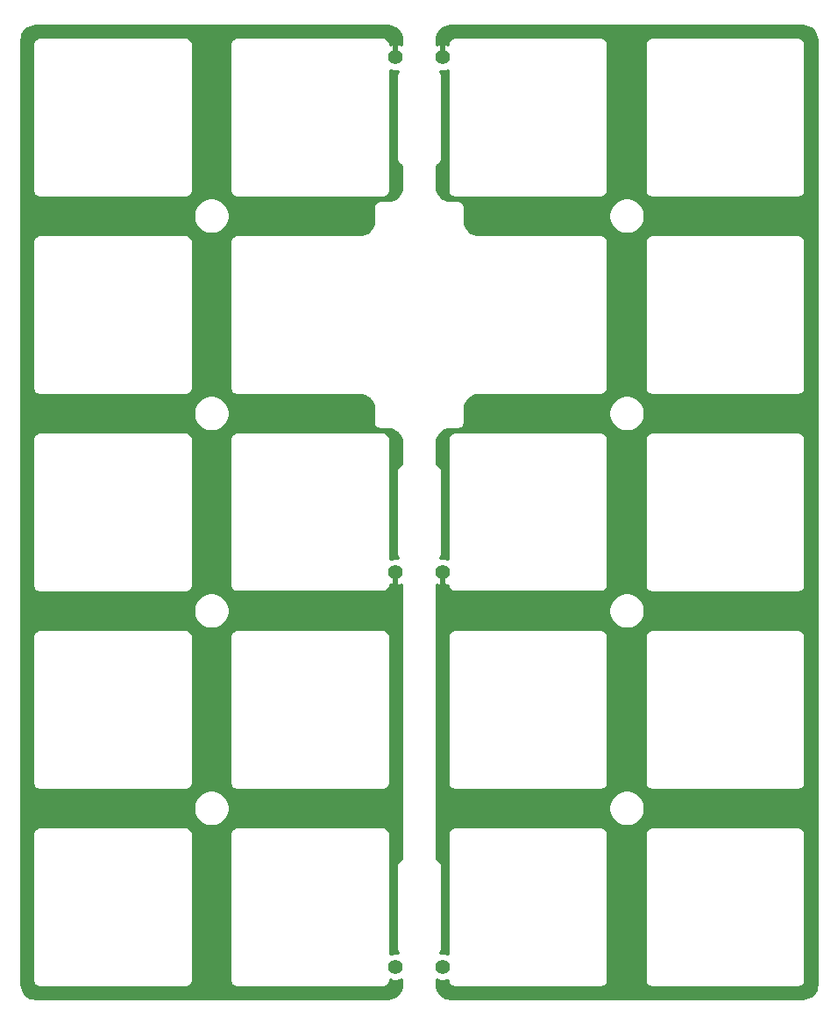
<source format=gbl>
G04 #@! TF.GenerationSoftware,KiCad,Pcbnew,(5.1.2)-2*
G04 #@! TF.CreationDate,2020-05-18T21:57:40+09:00*
G04 #@! TF.ProjectId,sekimen______________,73656b69-6d65-46ee-9135-d7ecfcc828c8,rev?*
G04 #@! TF.SameCoordinates,Original*
G04 #@! TF.FileFunction,Copper,L2,Bot*
G04 #@! TF.FilePolarity,Positive*
%FSLAX46Y46*%
G04 Gerber Fmt 4.6, Leading zero omitted, Abs format (unit mm)*
G04 Created by KiCad (PCBNEW (5.1.2)-2) date 2020-05-18 21:57:40*
%MOMM*%
%LPD*%
G04 APERTURE LIST*
%ADD10C,1.400000*%
%ADD11C,0.500000*%
%ADD12C,0.254000*%
G04 APERTURE END LIST*
D10*
X1270000Y89480000D03*
X1270000Y39820000D03*
X1270000Y1720000D03*
X-3270000Y89480000D03*
X-3270000Y39820000D03*
X-3270000Y1720000D03*
D11*
X16884688Y73615470D02*
X16884688Y75841990D01*
X17358010Y73142148D02*
X16884688Y73615470D01*
X17358010Y57265312D02*
X17358010Y73142148D01*
X16884688Y56791990D02*
X17358010Y57265312D01*
X16884688Y53458010D02*
X16884688Y56791990D01*
X1270000Y38587302D02*
X2115312Y37741990D01*
X16884688Y75841990D02*
X17358010Y76315312D01*
X2115312Y37741990D02*
X16884688Y37741990D01*
X16884688Y37741990D02*
X17358010Y38215312D01*
X1270000Y39820000D02*
X1270000Y38587302D01*
X17358010Y38215312D02*
X17358010Y52984688D01*
X17358010Y76315312D02*
X17358010Y91084688D01*
X17358010Y52984688D02*
X16884688Y53458010D01*
X2378651Y91821349D02*
X16621349Y91821349D01*
X1270000Y90712698D02*
X2378651Y91821349D01*
X1270000Y89480000D02*
X1270000Y90712698D01*
X17358010Y91084688D02*
X16621349Y91821349D01*
X-3270000Y38637302D02*
X-3270000Y38830051D01*
X-18934688Y37741990D02*
X-4165312Y37741990D01*
X-3270000Y38830051D02*
X-3270000Y39820000D01*
X-19408010Y38215312D02*
X-18934688Y37741990D01*
X-18934688Y53458010D02*
X-19408010Y52984688D01*
X-18934688Y55784530D02*
X-18934688Y53458010D01*
X-19408010Y56257852D02*
X-18934688Y55784530D01*
X-19408010Y72034688D02*
X-19408010Y56257852D01*
X-18934688Y72508010D02*
X-19408010Y72034688D01*
X-18934688Y75841990D02*
X-18934688Y72508010D01*
X-4165312Y37741990D02*
X-3270000Y38637302D01*
X-19408010Y76315312D02*
X-18934688Y75841990D01*
X-19408010Y52984688D02*
X-19408010Y38215312D01*
X-19408010Y91084688D02*
X-19408010Y76315312D01*
X-18934688Y91558010D02*
X-19408010Y91084688D01*
X-4165312Y91558010D02*
X-18934688Y91558010D01*
X-3270000Y90662698D02*
X-4165312Y91558010D01*
X-3270000Y89480000D02*
X-3270000Y90662698D01*
D12*
G36*
X36354782Y92486733D02*
G01*
X36599855Y92412741D01*
X36825890Y92292557D01*
X37024281Y92130752D01*
X37187460Y91933503D01*
X37309220Y91708313D01*
X37384924Y91463753D01*
X37415000Y91177602D01*
X37415001Y33516D01*
X37386733Y-254782D01*
X37312741Y-499855D01*
X37192554Y-725893D01*
X37030754Y-924279D01*
X36833503Y-1087460D01*
X36608310Y-1209221D01*
X36363753Y-1284924D01*
X36077602Y-1315000D01*
X2033505Y-1315000D01*
X1745218Y-1286733D01*
X1500145Y-1212741D01*
X1274107Y-1092554D01*
X1075721Y-930754D01*
X912540Y-733503D01*
X790779Y-508310D01*
X715076Y-263753D01*
X685000Y22398D01*
X685000Y519755D01*
X826242Y454066D01*
X1081740Y391817D01*
X1344473Y380610D01*
X1604344Y420875D01*
X1764580Y479378D01*
X1761686Y450000D01*
X1774912Y315717D01*
X1814081Y186594D01*
X1877688Y67593D01*
X1963289Y-36711D01*
X2046512Y-105011D01*
X2067593Y-122312D01*
X2186594Y-185919D01*
X2315717Y-225088D01*
X2450000Y-238314D01*
X2483647Y-235000D01*
X16516353Y-235000D01*
X16550000Y-238314D01*
X16684283Y-225088D01*
X16813406Y-185919D01*
X16932407Y-122312D01*
X17036711Y-36711D01*
X17122312Y67593D01*
X17185919Y186594D01*
X17225088Y315717D01*
X17235000Y416353D01*
X17235000Y416354D01*
X17238314Y450000D01*
X17235000Y483647D01*
X17235000Y14516353D01*
X17238314Y14550000D01*
X20811686Y14550000D01*
X20815001Y14516343D01*
X20815000Y483647D01*
X20811686Y450000D01*
X20824912Y315717D01*
X20864081Y186594D01*
X20927688Y67593D01*
X21013289Y-36711D01*
X21096512Y-105011D01*
X21117593Y-122312D01*
X21236594Y-185919D01*
X21365717Y-225088D01*
X21500000Y-238314D01*
X21533647Y-235000D01*
X35566353Y-235000D01*
X35600000Y-238314D01*
X35734283Y-225088D01*
X35863406Y-185919D01*
X35982407Y-122312D01*
X36086711Y-36711D01*
X36172312Y67593D01*
X36235919Y186594D01*
X36275088Y315717D01*
X36285000Y416353D01*
X36285000Y416354D01*
X36288314Y450000D01*
X36285000Y483647D01*
X36285000Y14516353D01*
X36288314Y14550000D01*
X36275088Y14684283D01*
X36235919Y14813406D01*
X36172312Y14932407D01*
X36086711Y15036711D01*
X35982407Y15122312D01*
X35863406Y15185919D01*
X35734283Y15225088D01*
X35633647Y15235000D01*
X35600000Y15238314D01*
X35566353Y15235000D01*
X21533647Y15235000D01*
X21500000Y15238314D01*
X21466353Y15235000D01*
X21365717Y15225088D01*
X21236594Y15185919D01*
X21117593Y15122312D01*
X21013289Y15036711D01*
X20927688Y14932407D01*
X20864081Y14813406D01*
X20824912Y14684283D01*
X20811686Y14550000D01*
X17238314Y14550000D01*
X17225088Y14684283D01*
X17185919Y14813406D01*
X17122312Y14932407D01*
X17036711Y15036711D01*
X16932407Y15122312D01*
X16813406Y15185919D01*
X16684283Y15225088D01*
X16583647Y15235000D01*
X16550000Y15238314D01*
X16516353Y15235000D01*
X2483647Y15235000D01*
X2450000Y15238314D01*
X2416353Y15235000D01*
X2315717Y15225088D01*
X2186594Y15185919D01*
X2067593Y15122312D01*
X1963289Y15036711D01*
X1877688Y14932407D01*
X1814081Y14813406D01*
X1774912Y14684283D01*
X1761686Y14550000D01*
X1765001Y14516343D01*
X1765000Y2962102D01*
X1713758Y2985934D01*
X1458260Y3048183D01*
X1195527Y3059390D01*
X999636Y3029038D01*
X1072312Y3117593D01*
X1135919Y3236594D01*
X1175088Y3365717D01*
X1178560Y3400971D01*
X1189803Y3410197D01*
X1205597Y3429443D01*
X1217333Y3451399D01*
X1224560Y3475224D01*
X1227000Y3500000D01*
X1227000Y11500000D01*
X1224560Y11524776D01*
X1217333Y11548601D01*
X1205597Y11570557D01*
X1189803Y11589803D01*
X1178560Y11599029D01*
X1175088Y11634283D01*
X1135919Y11763406D01*
X1072312Y11882407D01*
X986711Y11986711D01*
X882407Y12072312D01*
X763406Y12135919D01*
X685000Y12159703D01*
X685000Y17220883D01*
X17315000Y17220883D01*
X17315000Y16879117D01*
X17381675Y16543919D01*
X17512463Y16228169D01*
X17702337Y15944002D01*
X17944002Y15702337D01*
X18228169Y15512463D01*
X18543919Y15381675D01*
X18879117Y15315000D01*
X19220883Y15315000D01*
X19556081Y15381675D01*
X19871831Y15512463D01*
X20155998Y15702337D01*
X20397663Y15944002D01*
X20587537Y16228169D01*
X20718325Y16543919D01*
X20785000Y16879117D01*
X20785000Y17220883D01*
X20718325Y17556081D01*
X20587537Y17871831D01*
X20397663Y18155998D01*
X20155998Y18397663D01*
X19871831Y18587537D01*
X19556081Y18718325D01*
X19220883Y18785000D01*
X18879117Y18785000D01*
X18543919Y18718325D01*
X18228169Y18587537D01*
X17944002Y18397663D01*
X17702337Y18155998D01*
X17512463Y17871831D01*
X17381675Y17556081D01*
X17315000Y17220883D01*
X685000Y17220883D01*
X685000Y33600000D01*
X1761686Y33600000D01*
X1765001Y33566343D01*
X1765000Y19533647D01*
X1761686Y19500000D01*
X1774912Y19365717D01*
X1814081Y19236594D01*
X1877688Y19117593D01*
X1963289Y19013289D01*
X2067593Y18927688D01*
X2186594Y18864081D01*
X2315717Y18824912D01*
X2450000Y18811686D01*
X2483647Y18815000D01*
X16516353Y18815000D01*
X16550000Y18811686D01*
X16684283Y18824912D01*
X16813406Y18864081D01*
X16932407Y18927688D01*
X17036711Y19013289D01*
X17122312Y19117593D01*
X17185919Y19236594D01*
X17225088Y19365717D01*
X17235000Y19466353D01*
X17235000Y19466354D01*
X17238314Y19500000D01*
X17235000Y19533647D01*
X17235000Y33566353D01*
X17238314Y33600000D01*
X20811686Y33600000D01*
X20815001Y33566343D01*
X20815000Y19533647D01*
X20811686Y19500000D01*
X20824912Y19365717D01*
X20864081Y19236594D01*
X20927688Y19117593D01*
X21013289Y19013289D01*
X21117593Y18927688D01*
X21236594Y18864081D01*
X21365717Y18824912D01*
X21500000Y18811686D01*
X21533647Y18815000D01*
X35566353Y18815000D01*
X35600000Y18811686D01*
X35734283Y18824912D01*
X35863406Y18864081D01*
X35982407Y18927688D01*
X36086711Y19013289D01*
X36172312Y19117593D01*
X36235919Y19236594D01*
X36275088Y19365717D01*
X36285000Y19466353D01*
X36285000Y19466354D01*
X36288314Y19500000D01*
X36285000Y19533647D01*
X36285000Y33566353D01*
X36288314Y33600000D01*
X36275088Y33734283D01*
X36235919Y33863406D01*
X36172312Y33982407D01*
X36086711Y34086711D01*
X35982407Y34172312D01*
X35863406Y34235919D01*
X35734283Y34275088D01*
X35633647Y34285000D01*
X35600000Y34288314D01*
X35566353Y34285000D01*
X21533647Y34285000D01*
X21500000Y34288314D01*
X21466353Y34285000D01*
X21365717Y34275088D01*
X21236594Y34235919D01*
X21117593Y34172312D01*
X21013289Y34086711D01*
X20927688Y33982407D01*
X20864081Y33863406D01*
X20824912Y33734283D01*
X20811686Y33600000D01*
X17238314Y33600000D01*
X17225088Y33734283D01*
X17185919Y33863406D01*
X17122312Y33982407D01*
X17036711Y34086711D01*
X16932407Y34172312D01*
X16813406Y34235919D01*
X16684283Y34275088D01*
X16583647Y34285000D01*
X16550000Y34288314D01*
X16516353Y34285000D01*
X2483647Y34285000D01*
X2450000Y34288314D01*
X2416353Y34285000D01*
X2315717Y34275088D01*
X2186594Y34235919D01*
X2067593Y34172312D01*
X1963289Y34086711D01*
X1877688Y33982407D01*
X1814081Y33863406D01*
X1774912Y33734283D01*
X1761686Y33600000D01*
X685000Y33600000D01*
X685000Y36270883D01*
X17315000Y36270883D01*
X17315000Y35929117D01*
X17381675Y35593919D01*
X17512463Y35278169D01*
X17702337Y34994002D01*
X17944002Y34752337D01*
X18228169Y34562463D01*
X18543919Y34431675D01*
X18879117Y34365000D01*
X19220883Y34365000D01*
X19556081Y34431675D01*
X19871831Y34562463D01*
X20155998Y34752337D01*
X20397663Y34994002D01*
X20587537Y35278169D01*
X20718325Y35593919D01*
X20785000Y35929117D01*
X20785000Y36270883D01*
X20718325Y36606081D01*
X20587537Y36921831D01*
X20397663Y37205998D01*
X20155998Y37447663D01*
X19871831Y37637537D01*
X19556081Y37768325D01*
X19220883Y37835000D01*
X18879117Y37835000D01*
X18543919Y37768325D01*
X18228169Y37637537D01*
X17944002Y37447663D01*
X17702337Y37205998D01*
X17512463Y36921831D01*
X17381675Y36606081D01*
X17315000Y36270883D01*
X685000Y36270883D01*
X685000Y38619755D01*
X826242Y38554066D01*
X1081740Y38491817D01*
X1344473Y38480610D01*
X1604344Y38520875D01*
X1764580Y38579378D01*
X1761686Y38550000D01*
X1774912Y38415717D01*
X1814081Y38286594D01*
X1877688Y38167593D01*
X1963289Y38063289D01*
X2067593Y37977688D01*
X2186594Y37914081D01*
X2315717Y37874912D01*
X2450000Y37861686D01*
X2483647Y37865000D01*
X16516353Y37865000D01*
X16550000Y37861686D01*
X16684283Y37874912D01*
X16813406Y37914081D01*
X16932407Y37977688D01*
X17036711Y38063289D01*
X17122312Y38167593D01*
X17185919Y38286594D01*
X17225088Y38415717D01*
X17235000Y38516353D01*
X17235000Y38516354D01*
X17238314Y38550000D01*
X17235000Y38583647D01*
X17235000Y52616353D01*
X17238314Y52650000D01*
X20811686Y52650000D01*
X20815001Y52616343D01*
X20815000Y38583647D01*
X20811686Y38550000D01*
X20824912Y38415717D01*
X20864081Y38286594D01*
X20927688Y38167593D01*
X21013289Y38063289D01*
X21117593Y37977688D01*
X21236594Y37914081D01*
X21365717Y37874912D01*
X21500000Y37861686D01*
X21533647Y37865000D01*
X35566353Y37865000D01*
X35600000Y37861686D01*
X35734283Y37874912D01*
X35863406Y37914081D01*
X35982407Y37977688D01*
X36086711Y38063289D01*
X36172312Y38167593D01*
X36235919Y38286594D01*
X36275088Y38415717D01*
X36285000Y38516353D01*
X36285000Y38516354D01*
X36288314Y38550000D01*
X36285000Y38583647D01*
X36285000Y52616353D01*
X36288314Y52650000D01*
X36275088Y52784283D01*
X36235919Y52913406D01*
X36172312Y53032407D01*
X36086711Y53136711D01*
X35982407Y53222312D01*
X35863406Y53285919D01*
X35734283Y53325088D01*
X35633647Y53335000D01*
X35600000Y53338314D01*
X35566353Y53335000D01*
X21533647Y53335000D01*
X21500000Y53338314D01*
X21466353Y53335000D01*
X21365717Y53325088D01*
X21236594Y53285919D01*
X21117593Y53222312D01*
X21013289Y53136711D01*
X20927688Y53032407D01*
X20864081Y52913406D01*
X20824912Y52784283D01*
X20811686Y52650000D01*
X17238314Y52650000D01*
X17225088Y52784283D01*
X17185919Y52913406D01*
X17122312Y53032407D01*
X17036711Y53136711D01*
X16932407Y53222312D01*
X16813406Y53285919D01*
X16684283Y53325088D01*
X16583647Y53335000D01*
X16550000Y53338314D01*
X16516353Y53335000D01*
X2483647Y53335000D01*
X2450000Y53338314D01*
X2416353Y53335000D01*
X2315717Y53325088D01*
X2186594Y53285919D01*
X2067593Y53222312D01*
X1963289Y53136711D01*
X1877688Y53032407D01*
X1814081Y52913406D01*
X1774912Y52784283D01*
X1761686Y52650000D01*
X1765001Y52616343D01*
X1765000Y41062102D01*
X1713758Y41085934D01*
X1458260Y41148183D01*
X1195527Y41159390D01*
X999636Y41129038D01*
X1072312Y41217593D01*
X1135919Y41336594D01*
X1175088Y41465717D01*
X1178560Y41500971D01*
X1189803Y41510197D01*
X1205597Y41529443D01*
X1217333Y41551399D01*
X1224560Y41575224D01*
X1227000Y41600000D01*
X1227000Y49600000D01*
X1224560Y49624776D01*
X1217333Y49648601D01*
X1205597Y49670557D01*
X1189803Y49689803D01*
X1178560Y49699029D01*
X1175088Y49734283D01*
X1135919Y49863406D01*
X1072312Y49982407D01*
X986711Y50086711D01*
X882407Y50172312D01*
X763406Y50235919D01*
X685000Y50259703D01*
X685000Y52266495D01*
X713267Y52554782D01*
X787259Y52799855D01*
X907443Y53025890D01*
X1069248Y53224281D01*
X1266497Y53387460D01*
X1491687Y53509220D01*
X1736247Y53584924D01*
X2022398Y53615000D01*
X2691353Y53615000D01*
X2725000Y53611686D01*
X2796254Y53618704D01*
X2859283Y53624912D01*
X2988406Y53664081D01*
X3107407Y53727688D01*
X3211711Y53813289D01*
X3297312Y53917593D01*
X3360919Y54036594D01*
X3400088Y54165717D01*
X3413314Y54300000D01*
X3410000Y54333647D01*
X3410000Y55320883D01*
X17315000Y55320883D01*
X17315000Y54979117D01*
X17381675Y54643919D01*
X17512463Y54328169D01*
X17702337Y54044002D01*
X17944002Y53802337D01*
X18228169Y53612463D01*
X18543919Y53481675D01*
X18879117Y53415000D01*
X19220883Y53415000D01*
X19556081Y53481675D01*
X19871831Y53612463D01*
X20155998Y53802337D01*
X20397663Y54044002D01*
X20587537Y54328169D01*
X20718325Y54643919D01*
X20785000Y54979117D01*
X20785000Y55320883D01*
X20718325Y55656081D01*
X20587537Y55971831D01*
X20397663Y56255998D01*
X20155998Y56497663D01*
X19871831Y56687537D01*
X19556081Y56818325D01*
X19220883Y56885000D01*
X18879117Y56885000D01*
X18543919Y56818325D01*
X18228169Y56687537D01*
X17944002Y56497663D01*
X17702337Y56255998D01*
X17512463Y55971831D01*
X17381675Y55656081D01*
X17315000Y55320883D01*
X3410000Y55320883D01*
X3410000Y55566495D01*
X3438267Y55854782D01*
X3512259Y56099855D01*
X3632443Y56325890D01*
X3794248Y56524281D01*
X3991497Y56687460D01*
X4216687Y56809220D01*
X4461247Y56884924D01*
X4747398Y56915000D01*
X16516353Y56915000D01*
X16550000Y56911686D01*
X16621254Y56918704D01*
X16684283Y56924912D01*
X16813406Y56964081D01*
X16932407Y57027688D01*
X17036711Y57113289D01*
X17122312Y57217593D01*
X17185919Y57336594D01*
X17225088Y57465717D01*
X17238314Y57600000D01*
X17235000Y57633647D01*
X17235000Y71666353D01*
X17238314Y71700000D01*
X20811686Y71700000D01*
X20815001Y71666343D01*
X20815000Y57633647D01*
X20811686Y57600000D01*
X20824912Y57465717D01*
X20864081Y57336594D01*
X20927688Y57217593D01*
X21013289Y57113289D01*
X21117593Y57027688D01*
X21236594Y56964081D01*
X21365717Y56924912D01*
X21428747Y56918704D01*
X21500000Y56911686D01*
X21533647Y56915000D01*
X35566353Y56915000D01*
X35600000Y56911686D01*
X35671254Y56918704D01*
X35734283Y56924912D01*
X35863406Y56964081D01*
X35982407Y57027688D01*
X36086711Y57113289D01*
X36172312Y57217593D01*
X36235919Y57336594D01*
X36275088Y57465717D01*
X36288314Y57600000D01*
X36285000Y57633647D01*
X36285000Y71666353D01*
X36288314Y71700000D01*
X36275088Y71834283D01*
X36235919Y71963406D01*
X36172312Y72082407D01*
X36086711Y72186711D01*
X35982407Y72272312D01*
X35863406Y72335919D01*
X35734283Y72375088D01*
X35633647Y72385000D01*
X35600000Y72388314D01*
X35566353Y72385000D01*
X21533647Y72385000D01*
X21500000Y72388314D01*
X21466353Y72385000D01*
X21365717Y72375088D01*
X21236594Y72335919D01*
X21117593Y72272312D01*
X21013289Y72186711D01*
X20927688Y72082407D01*
X20864081Y71963406D01*
X20824912Y71834283D01*
X20811686Y71700000D01*
X17238314Y71700000D01*
X17225088Y71834283D01*
X17185919Y71963406D01*
X17122312Y72082407D01*
X17036711Y72186711D01*
X16932407Y72272312D01*
X16813406Y72335919D01*
X16684283Y72375088D01*
X16583647Y72385000D01*
X16550000Y72388314D01*
X16516353Y72385000D01*
X4758505Y72385000D01*
X4470218Y72413267D01*
X4225145Y72487259D01*
X3999107Y72607446D01*
X3800721Y72769246D01*
X3637540Y72966497D01*
X3515779Y73191690D01*
X3440076Y73436247D01*
X3410000Y73722398D01*
X3410000Y74370883D01*
X17315000Y74370883D01*
X17315000Y74029117D01*
X17381675Y73693919D01*
X17512463Y73378169D01*
X17702337Y73094002D01*
X17944002Y72852337D01*
X18228169Y72662463D01*
X18543919Y72531675D01*
X18879117Y72465000D01*
X19220883Y72465000D01*
X19556081Y72531675D01*
X19871831Y72662463D01*
X20155998Y72852337D01*
X20397663Y73094002D01*
X20587537Y73378169D01*
X20718325Y73693919D01*
X20785000Y74029117D01*
X20785000Y74370883D01*
X20718325Y74706081D01*
X20587537Y75021831D01*
X20397663Y75305998D01*
X20155998Y75547663D01*
X19871831Y75737537D01*
X19556081Y75868325D01*
X19220883Y75935000D01*
X18879117Y75935000D01*
X18543919Y75868325D01*
X18228169Y75737537D01*
X17944002Y75547663D01*
X17702337Y75305998D01*
X17512463Y75021831D01*
X17381675Y74706081D01*
X17315000Y74370883D01*
X3410000Y74370883D01*
X3410000Y74966353D01*
X3413314Y75000000D01*
X3400088Y75134283D01*
X3360919Y75263406D01*
X3297312Y75382407D01*
X3211711Y75486711D01*
X3107407Y75572312D01*
X2988406Y75635919D01*
X2859283Y75675088D01*
X2758647Y75685000D01*
X2725000Y75688314D01*
X2691353Y75685000D01*
X2033505Y75685000D01*
X1745218Y75713267D01*
X1500145Y75787259D01*
X1274107Y75907446D01*
X1075721Y76069246D01*
X912540Y76266497D01*
X790779Y76491690D01*
X715076Y76736247D01*
X685000Y77022398D01*
X685000Y79040297D01*
X763406Y79064081D01*
X882407Y79127688D01*
X986711Y79213289D01*
X1072312Y79317593D01*
X1135919Y79436594D01*
X1175088Y79565717D01*
X1178560Y79600971D01*
X1189803Y79610197D01*
X1205597Y79629443D01*
X1217333Y79651399D01*
X1224560Y79675224D01*
X1227000Y79700000D01*
X1227000Y87700000D01*
X1224560Y87724776D01*
X1217333Y87748601D01*
X1205597Y87770557D01*
X1189803Y87789803D01*
X1178560Y87799029D01*
X1175088Y87834283D01*
X1135919Y87963406D01*
X1072312Y88082407D01*
X998755Y88172035D01*
X1081740Y88151817D01*
X1344473Y88140610D01*
X1604344Y88180875D01*
X1765001Y88239532D01*
X1765000Y76683647D01*
X1761686Y76650000D01*
X1774912Y76515717D01*
X1814081Y76386594D01*
X1877688Y76267593D01*
X1963289Y76163289D01*
X2026155Y76111696D01*
X2067593Y76077688D01*
X2186594Y76014081D01*
X2315717Y75974912D01*
X2450000Y75961686D01*
X2483647Y75965000D01*
X16516353Y75965000D01*
X16550000Y75961686D01*
X16684283Y75974912D01*
X16813406Y76014081D01*
X16932407Y76077688D01*
X17036711Y76163289D01*
X17122312Y76267593D01*
X17185919Y76386594D01*
X17225088Y76515717D01*
X17235000Y76616353D01*
X17235000Y76616354D01*
X17238314Y76650000D01*
X17235000Y76683647D01*
X17235000Y90716353D01*
X17238314Y90750000D01*
X20811686Y90750000D01*
X20815001Y90716343D01*
X20815000Y76683647D01*
X20811686Y76650000D01*
X20824912Y76515717D01*
X20864081Y76386594D01*
X20927688Y76267593D01*
X21013289Y76163289D01*
X21076155Y76111696D01*
X21117593Y76077688D01*
X21236594Y76014081D01*
X21365717Y75974912D01*
X21500000Y75961686D01*
X21533647Y75965000D01*
X35566353Y75965000D01*
X35600000Y75961686D01*
X35734283Y75974912D01*
X35863406Y76014081D01*
X35982407Y76077688D01*
X36086711Y76163289D01*
X36172312Y76267593D01*
X36235919Y76386594D01*
X36275088Y76515717D01*
X36285000Y76616353D01*
X36285000Y76616354D01*
X36288314Y76650000D01*
X36285000Y76683647D01*
X36285000Y90716353D01*
X36288314Y90750000D01*
X36281914Y90814984D01*
X36275088Y90884283D01*
X36235919Y91013406D01*
X36172312Y91132407D01*
X36153337Y91155528D01*
X36086711Y91236711D01*
X35982407Y91322312D01*
X35863406Y91385919D01*
X35734283Y91425088D01*
X35633647Y91435000D01*
X35600000Y91438314D01*
X35566353Y91435000D01*
X21533647Y91435000D01*
X21500000Y91438314D01*
X21466353Y91435000D01*
X21365717Y91425088D01*
X21236594Y91385919D01*
X21117593Y91322312D01*
X21013289Y91236711D01*
X20927688Y91132407D01*
X20864081Y91013406D01*
X20824912Y90884283D01*
X20811686Y90750000D01*
X17238314Y90750000D01*
X17231914Y90814984D01*
X17225088Y90884283D01*
X17185919Y91013406D01*
X17122312Y91132407D01*
X17103337Y91155528D01*
X17036711Y91236711D01*
X16932407Y91322312D01*
X16813406Y91385919D01*
X16684283Y91425088D01*
X16583647Y91435000D01*
X16550000Y91438314D01*
X16516353Y91435000D01*
X2483647Y91435000D01*
X2450000Y91438314D01*
X2416353Y91435000D01*
X2315717Y91425088D01*
X2186594Y91385919D01*
X2067593Y91322312D01*
X1963289Y91236711D01*
X1877688Y91132407D01*
X1814081Y91013406D01*
X1774912Y90884283D01*
X1761686Y90750000D01*
X1764407Y90722378D01*
X1713758Y90745934D01*
X1458260Y90808183D01*
X1195527Y90819390D01*
X935656Y90779125D01*
X688634Y90688935D01*
X685000Y90686993D01*
X685000Y91166495D01*
X713267Y91454782D01*
X787259Y91699855D01*
X907443Y91925890D01*
X1069248Y92124281D01*
X1266497Y92287460D01*
X1491687Y92409220D01*
X1736247Y92484924D01*
X2022398Y92515000D01*
X36066495Y92515000D01*
X36354782Y92486733D01*
X36354782Y92486733D01*
G37*
X36354782Y92486733D02*
X36599855Y92412741D01*
X36825890Y92292557D01*
X37024281Y92130752D01*
X37187460Y91933503D01*
X37309220Y91708313D01*
X37384924Y91463753D01*
X37415000Y91177602D01*
X37415001Y33516D01*
X37386733Y-254782D01*
X37312741Y-499855D01*
X37192554Y-725893D01*
X37030754Y-924279D01*
X36833503Y-1087460D01*
X36608310Y-1209221D01*
X36363753Y-1284924D01*
X36077602Y-1315000D01*
X2033505Y-1315000D01*
X1745218Y-1286733D01*
X1500145Y-1212741D01*
X1274107Y-1092554D01*
X1075721Y-930754D01*
X912540Y-733503D01*
X790779Y-508310D01*
X715076Y-263753D01*
X685000Y22398D01*
X685000Y519755D01*
X826242Y454066D01*
X1081740Y391817D01*
X1344473Y380610D01*
X1604344Y420875D01*
X1764580Y479378D01*
X1761686Y450000D01*
X1774912Y315717D01*
X1814081Y186594D01*
X1877688Y67593D01*
X1963289Y-36711D01*
X2046512Y-105011D01*
X2067593Y-122312D01*
X2186594Y-185919D01*
X2315717Y-225088D01*
X2450000Y-238314D01*
X2483647Y-235000D01*
X16516353Y-235000D01*
X16550000Y-238314D01*
X16684283Y-225088D01*
X16813406Y-185919D01*
X16932407Y-122312D01*
X17036711Y-36711D01*
X17122312Y67593D01*
X17185919Y186594D01*
X17225088Y315717D01*
X17235000Y416353D01*
X17235000Y416354D01*
X17238314Y450000D01*
X17235000Y483647D01*
X17235000Y14516353D01*
X17238314Y14550000D01*
X20811686Y14550000D01*
X20815001Y14516343D01*
X20815000Y483647D01*
X20811686Y450000D01*
X20824912Y315717D01*
X20864081Y186594D01*
X20927688Y67593D01*
X21013289Y-36711D01*
X21096512Y-105011D01*
X21117593Y-122312D01*
X21236594Y-185919D01*
X21365717Y-225088D01*
X21500000Y-238314D01*
X21533647Y-235000D01*
X35566353Y-235000D01*
X35600000Y-238314D01*
X35734283Y-225088D01*
X35863406Y-185919D01*
X35982407Y-122312D01*
X36086711Y-36711D01*
X36172312Y67593D01*
X36235919Y186594D01*
X36275088Y315717D01*
X36285000Y416353D01*
X36285000Y416354D01*
X36288314Y450000D01*
X36285000Y483647D01*
X36285000Y14516353D01*
X36288314Y14550000D01*
X36275088Y14684283D01*
X36235919Y14813406D01*
X36172312Y14932407D01*
X36086711Y15036711D01*
X35982407Y15122312D01*
X35863406Y15185919D01*
X35734283Y15225088D01*
X35633647Y15235000D01*
X35600000Y15238314D01*
X35566353Y15235000D01*
X21533647Y15235000D01*
X21500000Y15238314D01*
X21466353Y15235000D01*
X21365717Y15225088D01*
X21236594Y15185919D01*
X21117593Y15122312D01*
X21013289Y15036711D01*
X20927688Y14932407D01*
X20864081Y14813406D01*
X20824912Y14684283D01*
X20811686Y14550000D01*
X17238314Y14550000D01*
X17225088Y14684283D01*
X17185919Y14813406D01*
X17122312Y14932407D01*
X17036711Y15036711D01*
X16932407Y15122312D01*
X16813406Y15185919D01*
X16684283Y15225088D01*
X16583647Y15235000D01*
X16550000Y15238314D01*
X16516353Y15235000D01*
X2483647Y15235000D01*
X2450000Y15238314D01*
X2416353Y15235000D01*
X2315717Y15225088D01*
X2186594Y15185919D01*
X2067593Y15122312D01*
X1963289Y15036711D01*
X1877688Y14932407D01*
X1814081Y14813406D01*
X1774912Y14684283D01*
X1761686Y14550000D01*
X1765001Y14516343D01*
X1765000Y2962102D01*
X1713758Y2985934D01*
X1458260Y3048183D01*
X1195527Y3059390D01*
X999636Y3029038D01*
X1072312Y3117593D01*
X1135919Y3236594D01*
X1175088Y3365717D01*
X1178560Y3400971D01*
X1189803Y3410197D01*
X1205597Y3429443D01*
X1217333Y3451399D01*
X1224560Y3475224D01*
X1227000Y3500000D01*
X1227000Y11500000D01*
X1224560Y11524776D01*
X1217333Y11548601D01*
X1205597Y11570557D01*
X1189803Y11589803D01*
X1178560Y11599029D01*
X1175088Y11634283D01*
X1135919Y11763406D01*
X1072312Y11882407D01*
X986711Y11986711D01*
X882407Y12072312D01*
X763406Y12135919D01*
X685000Y12159703D01*
X685000Y17220883D01*
X17315000Y17220883D01*
X17315000Y16879117D01*
X17381675Y16543919D01*
X17512463Y16228169D01*
X17702337Y15944002D01*
X17944002Y15702337D01*
X18228169Y15512463D01*
X18543919Y15381675D01*
X18879117Y15315000D01*
X19220883Y15315000D01*
X19556081Y15381675D01*
X19871831Y15512463D01*
X20155998Y15702337D01*
X20397663Y15944002D01*
X20587537Y16228169D01*
X20718325Y16543919D01*
X20785000Y16879117D01*
X20785000Y17220883D01*
X20718325Y17556081D01*
X20587537Y17871831D01*
X20397663Y18155998D01*
X20155998Y18397663D01*
X19871831Y18587537D01*
X19556081Y18718325D01*
X19220883Y18785000D01*
X18879117Y18785000D01*
X18543919Y18718325D01*
X18228169Y18587537D01*
X17944002Y18397663D01*
X17702337Y18155998D01*
X17512463Y17871831D01*
X17381675Y17556081D01*
X17315000Y17220883D01*
X685000Y17220883D01*
X685000Y33600000D01*
X1761686Y33600000D01*
X1765001Y33566343D01*
X1765000Y19533647D01*
X1761686Y19500000D01*
X1774912Y19365717D01*
X1814081Y19236594D01*
X1877688Y19117593D01*
X1963289Y19013289D01*
X2067593Y18927688D01*
X2186594Y18864081D01*
X2315717Y18824912D01*
X2450000Y18811686D01*
X2483647Y18815000D01*
X16516353Y18815000D01*
X16550000Y18811686D01*
X16684283Y18824912D01*
X16813406Y18864081D01*
X16932407Y18927688D01*
X17036711Y19013289D01*
X17122312Y19117593D01*
X17185919Y19236594D01*
X17225088Y19365717D01*
X17235000Y19466353D01*
X17235000Y19466354D01*
X17238314Y19500000D01*
X17235000Y19533647D01*
X17235000Y33566353D01*
X17238314Y33600000D01*
X20811686Y33600000D01*
X20815001Y33566343D01*
X20815000Y19533647D01*
X20811686Y19500000D01*
X20824912Y19365717D01*
X20864081Y19236594D01*
X20927688Y19117593D01*
X21013289Y19013289D01*
X21117593Y18927688D01*
X21236594Y18864081D01*
X21365717Y18824912D01*
X21500000Y18811686D01*
X21533647Y18815000D01*
X35566353Y18815000D01*
X35600000Y18811686D01*
X35734283Y18824912D01*
X35863406Y18864081D01*
X35982407Y18927688D01*
X36086711Y19013289D01*
X36172312Y19117593D01*
X36235919Y19236594D01*
X36275088Y19365717D01*
X36285000Y19466353D01*
X36285000Y19466354D01*
X36288314Y19500000D01*
X36285000Y19533647D01*
X36285000Y33566353D01*
X36288314Y33600000D01*
X36275088Y33734283D01*
X36235919Y33863406D01*
X36172312Y33982407D01*
X36086711Y34086711D01*
X35982407Y34172312D01*
X35863406Y34235919D01*
X35734283Y34275088D01*
X35633647Y34285000D01*
X35600000Y34288314D01*
X35566353Y34285000D01*
X21533647Y34285000D01*
X21500000Y34288314D01*
X21466353Y34285000D01*
X21365717Y34275088D01*
X21236594Y34235919D01*
X21117593Y34172312D01*
X21013289Y34086711D01*
X20927688Y33982407D01*
X20864081Y33863406D01*
X20824912Y33734283D01*
X20811686Y33600000D01*
X17238314Y33600000D01*
X17225088Y33734283D01*
X17185919Y33863406D01*
X17122312Y33982407D01*
X17036711Y34086711D01*
X16932407Y34172312D01*
X16813406Y34235919D01*
X16684283Y34275088D01*
X16583647Y34285000D01*
X16550000Y34288314D01*
X16516353Y34285000D01*
X2483647Y34285000D01*
X2450000Y34288314D01*
X2416353Y34285000D01*
X2315717Y34275088D01*
X2186594Y34235919D01*
X2067593Y34172312D01*
X1963289Y34086711D01*
X1877688Y33982407D01*
X1814081Y33863406D01*
X1774912Y33734283D01*
X1761686Y33600000D01*
X685000Y33600000D01*
X685000Y36270883D01*
X17315000Y36270883D01*
X17315000Y35929117D01*
X17381675Y35593919D01*
X17512463Y35278169D01*
X17702337Y34994002D01*
X17944002Y34752337D01*
X18228169Y34562463D01*
X18543919Y34431675D01*
X18879117Y34365000D01*
X19220883Y34365000D01*
X19556081Y34431675D01*
X19871831Y34562463D01*
X20155998Y34752337D01*
X20397663Y34994002D01*
X20587537Y35278169D01*
X20718325Y35593919D01*
X20785000Y35929117D01*
X20785000Y36270883D01*
X20718325Y36606081D01*
X20587537Y36921831D01*
X20397663Y37205998D01*
X20155998Y37447663D01*
X19871831Y37637537D01*
X19556081Y37768325D01*
X19220883Y37835000D01*
X18879117Y37835000D01*
X18543919Y37768325D01*
X18228169Y37637537D01*
X17944002Y37447663D01*
X17702337Y37205998D01*
X17512463Y36921831D01*
X17381675Y36606081D01*
X17315000Y36270883D01*
X685000Y36270883D01*
X685000Y38619755D01*
X826242Y38554066D01*
X1081740Y38491817D01*
X1344473Y38480610D01*
X1604344Y38520875D01*
X1764580Y38579378D01*
X1761686Y38550000D01*
X1774912Y38415717D01*
X1814081Y38286594D01*
X1877688Y38167593D01*
X1963289Y38063289D01*
X2067593Y37977688D01*
X2186594Y37914081D01*
X2315717Y37874912D01*
X2450000Y37861686D01*
X2483647Y37865000D01*
X16516353Y37865000D01*
X16550000Y37861686D01*
X16684283Y37874912D01*
X16813406Y37914081D01*
X16932407Y37977688D01*
X17036711Y38063289D01*
X17122312Y38167593D01*
X17185919Y38286594D01*
X17225088Y38415717D01*
X17235000Y38516353D01*
X17235000Y38516354D01*
X17238314Y38550000D01*
X17235000Y38583647D01*
X17235000Y52616353D01*
X17238314Y52650000D01*
X20811686Y52650000D01*
X20815001Y52616343D01*
X20815000Y38583647D01*
X20811686Y38550000D01*
X20824912Y38415717D01*
X20864081Y38286594D01*
X20927688Y38167593D01*
X21013289Y38063289D01*
X21117593Y37977688D01*
X21236594Y37914081D01*
X21365717Y37874912D01*
X21500000Y37861686D01*
X21533647Y37865000D01*
X35566353Y37865000D01*
X35600000Y37861686D01*
X35734283Y37874912D01*
X35863406Y37914081D01*
X35982407Y37977688D01*
X36086711Y38063289D01*
X36172312Y38167593D01*
X36235919Y38286594D01*
X36275088Y38415717D01*
X36285000Y38516353D01*
X36285000Y38516354D01*
X36288314Y38550000D01*
X36285000Y38583647D01*
X36285000Y52616353D01*
X36288314Y52650000D01*
X36275088Y52784283D01*
X36235919Y52913406D01*
X36172312Y53032407D01*
X36086711Y53136711D01*
X35982407Y53222312D01*
X35863406Y53285919D01*
X35734283Y53325088D01*
X35633647Y53335000D01*
X35600000Y53338314D01*
X35566353Y53335000D01*
X21533647Y53335000D01*
X21500000Y53338314D01*
X21466353Y53335000D01*
X21365717Y53325088D01*
X21236594Y53285919D01*
X21117593Y53222312D01*
X21013289Y53136711D01*
X20927688Y53032407D01*
X20864081Y52913406D01*
X20824912Y52784283D01*
X20811686Y52650000D01*
X17238314Y52650000D01*
X17225088Y52784283D01*
X17185919Y52913406D01*
X17122312Y53032407D01*
X17036711Y53136711D01*
X16932407Y53222312D01*
X16813406Y53285919D01*
X16684283Y53325088D01*
X16583647Y53335000D01*
X16550000Y53338314D01*
X16516353Y53335000D01*
X2483647Y53335000D01*
X2450000Y53338314D01*
X2416353Y53335000D01*
X2315717Y53325088D01*
X2186594Y53285919D01*
X2067593Y53222312D01*
X1963289Y53136711D01*
X1877688Y53032407D01*
X1814081Y52913406D01*
X1774912Y52784283D01*
X1761686Y52650000D01*
X1765001Y52616343D01*
X1765000Y41062102D01*
X1713758Y41085934D01*
X1458260Y41148183D01*
X1195527Y41159390D01*
X999636Y41129038D01*
X1072312Y41217593D01*
X1135919Y41336594D01*
X1175088Y41465717D01*
X1178560Y41500971D01*
X1189803Y41510197D01*
X1205597Y41529443D01*
X1217333Y41551399D01*
X1224560Y41575224D01*
X1227000Y41600000D01*
X1227000Y49600000D01*
X1224560Y49624776D01*
X1217333Y49648601D01*
X1205597Y49670557D01*
X1189803Y49689803D01*
X1178560Y49699029D01*
X1175088Y49734283D01*
X1135919Y49863406D01*
X1072312Y49982407D01*
X986711Y50086711D01*
X882407Y50172312D01*
X763406Y50235919D01*
X685000Y50259703D01*
X685000Y52266495D01*
X713267Y52554782D01*
X787259Y52799855D01*
X907443Y53025890D01*
X1069248Y53224281D01*
X1266497Y53387460D01*
X1491687Y53509220D01*
X1736247Y53584924D01*
X2022398Y53615000D01*
X2691353Y53615000D01*
X2725000Y53611686D01*
X2796254Y53618704D01*
X2859283Y53624912D01*
X2988406Y53664081D01*
X3107407Y53727688D01*
X3211711Y53813289D01*
X3297312Y53917593D01*
X3360919Y54036594D01*
X3400088Y54165717D01*
X3413314Y54300000D01*
X3410000Y54333647D01*
X3410000Y55320883D01*
X17315000Y55320883D01*
X17315000Y54979117D01*
X17381675Y54643919D01*
X17512463Y54328169D01*
X17702337Y54044002D01*
X17944002Y53802337D01*
X18228169Y53612463D01*
X18543919Y53481675D01*
X18879117Y53415000D01*
X19220883Y53415000D01*
X19556081Y53481675D01*
X19871831Y53612463D01*
X20155998Y53802337D01*
X20397663Y54044002D01*
X20587537Y54328169D01*
X20718325Y54643919D01*
X20785000Y54979117D01*
X20785000Y55320883D01*
X20718325Y55656081D01*
X20587537Y55971831D01*
X20397663Y56255998D01*
X20155998Y56497663D01*
X19871831Y56687537D01*
X19556081Y56818325D01*
X19220883Y56885000D01*
X18879117Y56885000D01*
X18543919Y56818325D01*
X18228169Y56687537D01*
X17944002Y56497663D01*
X17702337Y56255998D01*
X17512463Y55971831D01*
X17381675Y55656081D01*
X17315000Y55320883D01*
X3410000Y55320883D01*
X3410000Y55566495D01*
X3438267Y55854782D01*
X3512259Y56099855D01*
X3632443Y56325890D01*
X3794248Y56524281D01*
X3991497Y56687460D01*
X4216687Y56809220D01*
X4461247Y56884924D01*
X4747398Y56915000D01*
X16516353Y56915000D01*
X16550000Y56911686D01*
X16621254Y56918704D01*
X16684283Y56924912D01*
X16813406Y56964081D01*
X16932407Y57027688D01*
X17036711Y57113289D01*
X17122312Y57217593D01*
X17185919Y57336594D01*
X17225088Y57465717D01*
X17238314Y57600000D01*
X17235000Y57633647D01*
X17235000Y71666353D01*
X17238314Y71700000D01*
X20811686Y71700000D01*
X20815001Y71666343D01*
X20815000Y57633647D01*
X20811686Y57600000D01*
X20824912Y57465717D01*
X20864081Y57336594D01*
X20927688Y57217593D01*
X21013289Y57113289D01*
X21117593Y57027688D01*
X21236594Y56964081D01*
X21365717Y56924912D01*
X21428747Y56918704D01*
X21500000Y56911686D01*
X21533647Y56915000D01*
X35566353Y56915000D01*
X35600000Y56911686D01*
X35671254Y56918704D01*
X35734283Y56924912D01*
X35863406Y56964081D01*
X35982407Y57027688D01*
X36086711Y57113289D01*
X36172312Y57217593D01*
X36235919Y57336594D01*
X36275088Y57465717D01*
X36288314Y57600000D01*
X36285000Y57633647D01*
X36285000Y71666353D01*
X36288314Y71700000D01*
X36275088Y71834283D01*
X36235919Y71963406D01*
X36172312Y72082407D01*
X36086711Y72186711D01*
X35982407Y72272312D01*
X35863406Y72335919D01*
X35734283Y72375088D01*
X35633647Y72385000D01*
X35600000Y72388314D01*
X35566353Y72385000D01*
X21533647Y72385000D01*
X21500000Y72388314D01*
X21466353Y72385000D01*
X21365717Y72375088D01*
X21236594Y72335919D01*
X21117593Y72272312D01*
X21013289Y72186711D01*
X20927688Y72082407D01*
X20864081Y71963406D01*
X20824912Y71834283D01*
X20811686Y71700000D01*
X17238314Y71700000D01*
X17225088Y71834283D01*
X17185919Y71963406D01*
X17122312Y72082407D01*
X17036711Y72186711D01*
X16932407Y72272312D01*
X16813406Y72335919D01*
X16684283Y72375088D01*
X16583647Y72385000D01*
X16550000Y72388314D01*
X16516353Y72385000D01*
X4758505Y72385000D01*
X4470218Y72413267D01*
X4225145Y72487259D01*
X3999107Y72607446D01*
X3800721Y72769246D01*
X3637540Y72966497D01*
X3515779Y73191690D01*
X3440076Y73436247D01*
X3410000Y73722398D01*
X3410000Y74370883D01*
X17315000Y74370883D01*
X17315000Y74029117D01*
X17381675Y73693919D01*
X17512463Y73378169D01*
X17702337Y73094002D01*
X17944002Y72852337D01*
X18228169Y72662463D01*
X18543919Y72531675D01*
X18879117Y72465000D01*
X19220883Y72465000D01*
X19556081Y72531675D01*
X19871831Y72662463D01*
X20155998Y72852337D01*
X20397663Y73094002D01*
X20587537Y73378169D01*
X20718325Y73693919D01*
X20785000Y74029117D01*
X20785000Y74370883D01*
X20718325Y74706081D01*
X20587537Y75021831D01*
X20397663Y75305998D01*
X20155998Y75547663D01*
X19871831Y75737537D01*
X19556081Y75868325D01*
X19220883Y75935000D01*
X18879117Y75935000D01*
X18543919Y75868325D01*
X18228169Y75737537D01*
X17944002Y75547663D01*
X17702337Y75305998D01*
X17512463Y75021831D01*
X17381675Y74706081D01*
X17315000Y74370883D01*
X3410000Y74370883D01*
X3410000Y74966353D01*
X3413314Y75000000D01*
X3400088Y75134283D01*
X3360919Y75263406D01*
X3297312Y75382407D01*
X3211711Y75486711D01*
X3107407Y75572312D01*
X2988406Y75635919D01*
X2859283Y75675088D01*
X2758647Y75685000D01*
X2725000Y75688314D01*
X2691353Y75685000D01*
X2033505Y75685000D01*
X1745218Y75713267D01*
X1500145Y75787259D01*
X1274107Y75907446D01*
X1075721Y76069246D01*
X912540Y76266497D01*
X790779Y76491690D01*
X715076Y76736247D01*
X685000Y77022398D01*
X685000Y79040297D01*
X763406Y79064081D01*
X882407Y79127688D01*
X986711Y79213289D01*
X1072312Y79317593D01*
X1135919Y79436594D01*
X1175088Y79565717D01*
X1178560Y79600971D01*
X1189803Y79610197D01*
X1205597Y79629443D01*
X1217333Y79651399D01*
X1224560Y79675224D01*
X1227000Y79700000D01*
X1227000Y87700000D01*
X1224560Y87724776D01*
X1217333Y87748601D01*
X1205597Y87770557D01*
X1189803Y87789803D01*
X1178560Y87799029D01*
X1175088Y87834283D01*
X1135919Y87963406D01*
X1072312Y88082407D01*
X998755Y88172035D01*
X1081740Y88151817D01*
X1344473Y88140610D01*
X1604344Y88180875D01*
X1765001Y88239532D01*
X1765000Y76683647D01*
X1761686Y76650000D01*
X1774912Y76515717D01*
X1814081Y76386594D01*
X1877688Y76267593D01*
X1963289Y76163289D01*
X2026155Y76111696D01*
X2067593Y76077688D01*
X2186594Y76014081D01*
X2315717Y75974912D01*
X2450000Y75961686D01*
X2483647Y75965000D01*
X16516353Y75965000D01*
X16550000Y75961686D01*
X16684283Y75974912D01*
X16813406Y76014081D01*
X16932407Y76077688D01*
X17036711Y76163289D01*
X17122312Y76267593D01*
X17185919Y76386594D01*
X17225088Y76515717D01*
X17235000Y76616353D01*
X17235000Y76616354D01*
X17238314Y76650000D01*
X17235000Y76683647D01*
X17235000Y90716353D01*
X17238314Y90750000D01*
X20811686Y90750000D01*
X20815001Y90716343D01*
X20815000Y76683647D01*
X20811686Y76650000D01*
X20824912Y76515717D01*
X20864081Y76386594D01*
X20927688Y76267593D01*
X21013289Y76163289D01*
X21076155Y76111696D01*
X21117593Y76077688D01*
X21236594Y76014081D01*
X21365717Y75974912D01*
X21500000Y75961686D01*
X21533647Y75965000D01*
X35566353Y75965000D01*
X35600000Y75961686D01*
X35734283Y75974912D01*
X35863406Y76014081D01*
X35982407Y76077688D01*
X36086711Y76163289D01*
X36172312Y76267593D01*
X36235919Y76386594D01*
X36275088Y76515717D01*
X36285000Y76616353D01*
X36285000Y76616354D01*
X36288314Y76650000D01*
X36285000Y76683647D01*
X36285000Y90716353D01*
X36288314Y90750000D01*
X36281914Y90814984D01*
X36275088Y90884283D01*
X36235919Y91013406D01*
X36172312Y91132407D01*
X36153337Y91155528D01*
X36086711Y91236711D01*
X35982407Y91322312D01*
X35863406Y91385919D01*
X35734283Y91425088D01*
X35633647Y91435000D01*
X35600000Y91438314D01*
X35566353Y91435000D01*
X21533647Y91435000D01*
X21500000Y91438314D01*
X21466353Y91435000D01*
X21365717Y91425088D01*
X21236594Y91385919D01*
X21117593Y91322312D01*
X21013289Y91236711D01*
X20927688Y91132407D01*
X20864081Y91013406D01*
X20824912Y90884283D01*
X20811686Y90750000D01*
X17238314Y90750000D01*
X17231914Y90814984D01*
X17225088Y90884283D01*
X17185919Y91013406D01*
X17122312Y91132407D01*
X17103337Y91155528D01*
X17036711Y91236711D01*
X16932407Y91322312D01*
X16813406Y91385919D01*
X16684283Y91425088D01*
X16583647Y91435000D01*
X16550000Y91438314D01*
X16516353Y91435000D01*
X2483647Y91435000D01*
X2450000Y91438314D01*
X2416353Y91435000D01*
X2315717Y91425088D01*
X2186594Y91385919D01*
X2067593Y91322312D01*
X1963289Y91236711D01*
X1877688Y91132407D01*
X1814081Y91013406D01*
X1774912Y90884283D01*
X1761686Y90750000D01*
X1764407Y90722378D01*
X1713758Y90745934D01*
X1458260Y90808183D01*
X1195527Y90819390D01*
X935656Y90779125D01*
X688634Y90688935D01*
X685000Y90686993D01*
X685000Y91166495D01*
X713267Y91454782D01*
X787259Y91699855D01*
X907443Y91925890D01*
X1069248Y92124281D01*
X1266497Y92287460D01*
X1491687Y92409220D01*
X1736247Y92484924D01*
X2022398Y92515000D01*
X36066495Y92515000D01*
X36354782Y92486733D01*
G36*
X1463748Y1734143D02*
G01*
X1449605Y1720000D01*
X1463748Y1705858D01*
X1284143Y1526253D01*
X1270000Y1540395D01*
X1255858Y1526253D01*
X1076253Y1705858D01*
X1090395Y1720000D01*
X1076253Y1734143D01*
X1255858Y1913748D01*
X1270000Y1899605D01*
X1284143Y1913748D01*
X1463748Y1734143D01*
X1463748Y1734143D01*
G37*
X1463748Y1734143D02*
X1449605Y1720000D01*
X1463748Y1705858D01*
X1284143Y1526253D01*
X1270000Y1540395D01*
X1255858Y1526253D01*
X1076253Y1705858D01*
X1090395Y1720000D01*
X1076253Y1734143D01*
X1255858Y1913748D01*
X1270000Y1899605D01*
X1284143Y1913748D01*
X1463748Y1734143D01*
G36*
X1463748Y39834143D02*
G01*
X1449605Y39820000D01*
X1463748Y39805858D01*
X1284143Y39626253D01*
X1270000Y39640395D01*
X1255858Y39626253D01*
X1076253Y39805858D01*
X1090395Y39820000D01*
X1076253Y39834143D01*
X1255858Y40013748D01*
X1270000Y39999605D01*
X1284143Y40013748D01*
X1463748Y39834143D01*
X1463748Y39834143D01*
G37*
X1463748Y39834143D02*
X1449605Y39820000D01*
X1463748Y39805858D01*
X1284143Y39626253D01*
X1270000Y39640395D01*
X1255858Y39626253D01*
X1076253Y39805858D01*
X1090395Y39820000D01*
X1076253Y39834143D01*
X1255858Y40013748D01*
X1270000Y39999605D01*
X1284143Y40013748D01*
X1463748Y39834143D01*
G36*
X1463748Y89494143D02*
G01*
X1449605Y89480000D01*
X1463748Y89465858D01*
X1284143Y89286253D01*
X1270000Y89300395D01*
X1255858Y89286253D01*
X1076253Y89465858D01*
X1090395Y89480000D01*
X1076253Y89494143D01*
X1255858Y89673748D01*
X1270000Y89659605D01*
X1284143Y89673748D01*
X1463748Y89494143D01*
X1463748Y89494143D01*
G37*
X1463748Y89494143D02*
X1449605Y89480000D01*
X1463748Y89465858D01*
X1284143Y89286253D01*
X1270000Y89300395D01*
X1255858Y89286253D01*
X1076253Y89465858D01*
X1090395Y89480000D01*
X1076253Y89494143D01*
X1255858Y89673748D01*
X1270000Y89659605D01*
X1284143Y89673748D01*
X1463748Y89494143D01*
G36*
X-3745218Y92486733D02*
G01*
X-3500145Y92412741D01*
X-3274110Y92292557D01*
X-3075719Y92130752D01*
X-2912540Y91933503D01*
X-2790780Y91708313D01*
X-2715076Y91463753D01*
X-2685000Y91177602D01*
X-2685000Y90680245D01*
X-2826242Y90745934D01*
X-3081740Y90808183D01*
X-3344473Y90819390D01*
X-3604344Y90779125D01*
X-3815000Y90702213D01*
X-3815000Y90716353D01*
X-3811686Y90750000D01*
X-3818086Y90814984D01*
X-3824912Y90884283D01*
X-3864081Y91013406D01*
X-3927688Y91132407D01*
X-3946663Y91155528D01*
X-4013289Y91236711D01*
X-4117593Y91322312D01*
X-4236594Y91385919D01*
X-4365717Y91425088D01*
X-4466353Y91435000D01*
X-4500000Y91438314D01*
X-4533647Y91435000D01*
X-18566353Y91435000D01*
X-18600000Y91438314D01*
X-18633647Y91435000D01*
X-18734283Y91425088D01*
X-18863406Y91385919D01*
X-18982407Y91322312D01*
X-19086711Y91236711D01*
X-19172312Y91132407D01*
X-19235919Y91013406D01*
X-19275088Y90884283D01*
X-19288314Y90750000D01*
X-19284999Y90716343D01*
X-19285000Y76683647D01*
X-19288314Y76650000D01*
X-19275088Y76515717D01*
X-19235919Y76386594D01*
X-19172312Y76267593D01*
X-19086711Y76163289D01*
X-19032177Y76118534D01*
X-18982407Y76077688D01*
X-18863406Y76014081D01*
X-18734283Y75974912D01*
X-18600000Y75961686D01*
X-18566353Y75965000D01*
X-4533647Y75965000D01*
X-4500000Y75961686D01*
X-4365717Y75974912D01*
X-4236594Y76014081D01*
X-4117593Y76077688D01*
X-4013289Y76163289D01*
X-3927688Y76267593D01*
X-3864081Y76386594D01*
X-3824912Y76515717D01*
X-3815000Y76616353D01*
X-3815000Y76616354D01*
X-3811686Y76650000D01*
X-3815000Y76683647D01*
X-3815000Y88261152D01*
X-3713758Y88214066D01*
X-3458260Y88151817D01*
X-3195527Y88140610D01*
X-2999636Y88170962D01*
X-3072312Y88082407D01*
X-3135919Y87963406D01*
X-3175088Y87834283D01*
X-3178560Y87799029D01*
X-3189803Y87789803D01*
X-3205597Y87770557D01*
X-3217333Y87748601D01*
X-3224560Y87724776D01*
X-3227000Y87700000D01*
X-3227000Y79700000D01*
X-3224560Y79675224D01*
X-3217333Y79651399D01*
X-3205597Y79629443D01*
X-3189803Y79610197D01*
X-3178560Y79600971D01*
X-3175088Y79565717D01*
X-3135919Y79436594D01*
X-3072312Y79317593D01*
X-2986711Y79213289D01*
X-2882407Y79127688D01*
X-2763406Y79064081D01*
X-2685000Y79040297D01*
X-2684999Y77033515D01*
X-2713267Y76745218D01*
X-2787259Y76500145D01*
X-2907446Y76274107D01*
X-3069246Y76075721D01*
X-3266497Y75912540D01*
X-3491690Y75790779D01*
X-3736247Y75715076D01*
X-4022398Y75685000D01*
X-4691353Y75685000D01*
X-4725000Y75688314D01*
X-4758647Y75685000D01*
X-4859283Y75675088D01*
X-4988406Y75635919D01*
X-5107407Y75572312D01*
X-5211711Y75486711D01*
X-5297312Y75382407D01*
X-5360919Y75263406D01*
X-5400088Y75134283D01*
X-5413314Y75000000D01*
X-5410000Y74966353D01*
X-5409999Y73733515D01*
X-5438267Y73445218D01*
X-5512259Y73200145D01*
X-5632446Y72974107D01*
X-5794246Y72775721D01*
X-5991497Y72612540D01*
X-6216690Y72490779D01*
X-6461247Y72415076D01*
X-6747398Y72385000D01*
X-18566353Y72385000D01*
X-18600000Y72388314D01*
X-18633647Y72385000D01*
X-18734283Y72375088D01*
X-18863406Y72335919D01*
X-18982407Y72272312D01*
X-19086711Y72186711D01*
X-19172312Y72082407D01*
X-19235919Y71963406D01*
X-19275088Y71834283D01*
X-19288314Y71700000D01*
X-19284999Y71666343D01*
X-19285000Y57633647D01*
X-19288314Y57600000D01*
X-19275088Y57465717D01*
X-19235919Y57336594D01*
X-19172312Y57217593D01*
X-19086711Y57113289D01*
X-18992224Y57035745D01*
X-18982407Y57027688D01*
X-18863406Y56964081D01*
X-18734283Y56924912D01*
X-18600000Y56911686D01*
X-18566353Y56915000D01*
X-6758505Y56915000D01*
X-6470218Y56886733D01*
X-6225145Y56812741D01*
X-5999110Y56692557D01*
X-5800719Y56530752D01*
X-5637540Y56333503D01*
X-5515780Y56108313D01*
X-5440076Y55863753D01*
X-5410000Y55577602D01*
X-5409999Y54333657D01*
X-5413314Y54300000D01*
X-5400088Y54165717D01*
X-5360919Y54036594D01*
X-5297312Y53917593D01*
X-5211711Y53813289D01*
X-5107407Y53727688D01*
X-4988406Y53664081D01*
X-4859283Y53624912D01*
X-4758647Y53615000D01*
X-4725000Y53611686D01*
X-4691353Y53615000D01*
X-4033505Y53615000D01*
X-3745218Y53586733D01*
X-3500145Y53512741D01*
X-3274110Y53392557D01*
X-3075719Y53230752D01*
X-2912540Y53033503D01*
X-2790780Y52808313D01*
X-2715076Y52563753D01*
X-2685000Y52277602D01*
X-2684999Y50259703D01*
X-2763406Y50235919D01*
X-2882407Y50172312D01*
X-2986711Y50086711D01*
X-3072312Y49982407D01*
X-3135919Y49863406D01*
X-3175088Y49734283D01*
X-3178560Y49699029D01*
X-3189803Y49689803D01*
X-3205597Y49670557D01*
X-3217333Y49648601D01*
X-3224560Y49624776D01*
X-3227000Y49600000D01*
X-3227000Y41600000D01*
X-3224560Y41575224D01*
X-3217333Y41551399D01*
X-3205597Y41529443D01*
X-3189803Y41510197D01*
X-3178560Y41500971D01*
X-3175088Y41465717D01*
X-3135919Y41336594D01*
X-3072312Y41217593D01*
X-2998755Y41127965D01*
X-3081740Y41148183D01*
X-3344473Y41159390D01*
X-3604344Y41119125D01*
X-3815000Y41042213D01*
X-3815000Y52616353D01*
X-3811686Y52650000D01*
X-3824912Y52784283D01*
X-3864081Y52913406D01*
X-3927688Y53032407D01*
X-4013289Y53136711D01*
X-4117593Y53222312D01*
X-4236594Y53285919D01*
X-4365717Y53325088D01*
X-4466353Y53335000D01*
X-4500000Y53338314D01*
X-4533647Y53335000D01*
X-18566353Y53335000D01*
X-18600000Y53338314D01*
X-18633647Y53335000D01*
X-18734283Y53325088D01*
X-18863406Y53285919D01*
X-18982407Y53222312D01*
X-19086711Y53136711D01*
X-19172312Y53032407D01*
X-19235919Y52913406D01*
X-19275088Y52784283D01*
X-19288314Y52650000D01*
X-19284999Y52616343D01*
X-19285000Y38583647D01*
X-19288314Y38550000D01*
X-19275088Y38415717D01*
X-19235919Y38286594D01*
X-19172312Y38167593D01*
X-19086711Y38063289D01*
X-18982407Y37977688D01*
X-18863406Y37914081D01*
X-18734283Y37874912D01*
X-18600000Y37861686D01*
X-18566353Y37865000D01*
X-4533647Y37865000D01*
X-4500000Y37861686D01*
X-4365717Y37874912D01*
X-4236594Y37914081D01*
X-4117593Y37977688D01*
X-4013289Y38063289D01*
X-3927688Y38167593D01*
X-3864081Y38286594D01*
X-3824912Y38415717D01*
X-3815000Y38516353D01*
X-3815000Y38516354D01*
X-3811686Y38550000D01*
X-3815000Y38583647D01*
X-3815000Y38601152D01*
X-3713758Y38554066D01*
X-3458260Y38491817D01*
X-3195527Y38480610D01*
X-2935656Y38520875D01*
X-2688634Y38611065D01*
X-2685000Y38613007D01*
X-2684999Y12159703D01*
X-2763406Y12135919D01*
X-2882407Y12072312D01*
X-2986711Y11986711D01*
X-3072312Y11882407D01*
X-3135919Y11763406D01*
X-3175088Y11634283D01*
X-3178560Y11599029D01*
X-3189803Y11589803D01*
X-3205597Y11570557D01*
X-3217333Y11548601D01*
X-3224560Y11524776D01*
X-3227000Y11500000D01*
X-3227000Y3500000D01*
X-3224560Y3475224D01*
X-3217333Y3451399D01*
X-3205597Y3429443D01*
X-3189803Y3410197D01*
X-3178560Y3400971D01*
X-3175088Y3365717D01*
X-3135919Y3236594D01*
X-3072312Y3117593D01*
X-2998755Y3027965D01*
X-3081740Y3048183D01*
X-3344473Y3059390D01*
X-3604344Y3019125D01*
X-3815000Y2942213D01*
X-3815000Y14516353D01*
X-3811686Y14550000D01*
X-3824912Y14684283D01*
X-3864081Y14813406D01*
X-3927688Y14932407D01*
X-4013289Y15036711D01*
X-4117593Y15122312D01*
X-4236594Y15185919D01*
X-4365717Y15225088D01*
X-4466353Y15235000D01*
X-4500000Y15238314D01*
X-4533647Y15235000D01*
X-18566353Y15235000D01*
X-18600000Y15238314D01*
X-18633647Y15235000D01*
X-18734283Y15225088D01*
X-18863406Y15185919D01*
X-18982407Y15122312D01*
X-19086711Y15036711D01*
X-19172312Y14932407D01*
X-19235919Y14813406D01*
X-19275088Y14684283D01*
X-19288314Y14550000D01*
X-19284999Y14516343D01*
X-19285000Y483647D01*
X-19288314Y450000D01*
X-19275088Y315717D01*
X-19235919Y186594D01*
X-19172312Y67593D01*
X-19086711Y-36711D01*
X-19003488Y-105011D01*
X-18982407Y-122312D01*
X-18863406Y-185919D01*
X-18734283Y-225088D01*
X-18600000Y-238314D01*
X-18566353Y-235000D01*
X-4533647Y-235000D01*
X-4500000Y-238314D01*
X-4365717Y-225088D01*
X-4236594Y-185919D01*
X-4117593Y-122312D01*
X-4013289Y-36711D01*
X-3927688Y67593D01*
X-3864081Y186594D01*
X-3824912Y315717D01*
X-3815000Y416353D01*
X-3815000Y416354D01*
X-3811686Y450000D01*
X-3815000Y483647D01*
X-3815000Y501152D01*
X-3713758Y454066D01*
X-3458260Y391817D01*
X-3195527Y380610D01*
X-2935656Y420875D01*
X-2688634Y511065D01*
X-2684999Y513008D01*
X-2684999Y33515D01*
X-2713267Y-254782D01*
X-2787259Y-499855D01*
X-2907446Y-725893D01*
X-3069246Y-924279D01*
X-3266497Y-1087460D01*
X-3491690Y-1209221D01*
X-3736247Y-1284924D01*
X-4022398Y-1315000D01*
X-38066495Y-1315000D01*
X-38354782Y-1286733D01*
X-38599855Y-1212741D01*
X-38825893Y-1092554D01*
X-39024279Y-930754D01*
X-39187460Y-733503D01*
X-39309221Y-508310D01*
X-39384924Y-263753D01*
X-39415000Y22398D01*
X-39415000Y14550000D01*
X-38338314Y14550000D01*
X-38334999Y14516343D01*
X-38335000Y483647D01*
X-38338314Y450000D01*
X-38325088Y315717D01*
X-38285919Y186594D01*
X-38222312Y67593D01*
X-38136711Y-36711D01*
X-38053488Y-105011D01*
X-38032407Y-122312D01*
X-37913406Y-185919D01*
X-37784283Y-225088D01*
X-37650000Y-238314D01*
X-37616353Y-235000D01*
X-23583647Y-235000D01*
X-23550000Y-238314D01*
X-23415717Y-225088D01*
X-23286594Y-185919D01*
X-23167593Y-122312D01*
X-23063289Y-36711D01*
X-22977688Y67593D01*
X-22914081Y186594D01*
X-22874912Y315717D01*
X-22865000Y416353D01*
X-22865000Y416354D01*
X-22861686Y450000D01*
X-22865000Y483647D01*
X-22865000Y14516353D01*
X-22861686Y14550000D01*
X-22874912Y14684283D01*
X-22914081Y14813406D01*
X-22977688Y14932407D01*
X-23063289Y15036711D01*
X-23167593Y15122312D01*
X-23286594Y15185919D01*
X-23415717Y15225088D01*
X-23516353Y15235000D01*
X-23550000Y15238314D01*
X-23583647Y15235000D01*
X-37616353Y15235000D01*
X-37650000Y15238314D01*
X-37683647Y15235000D01*
X-37784283Y15225088D01*
X-37913406Y15185919D01*
X-38032407Y15122312D01*
X-38136711Y15036711D01*
X-38222312Y14932407D01*
X-38285919Y14813406D01*
X-38325088Y14684283D01*
X-38338314Y14550000D01*
X-39415000Y14550000D01*
X-39415000Y17220883D01*
X-22785000Y17220883D01*
X-22785000Y16879117D01*
X-22718325Y16543919D01*
X-22587537Y16228169D01*
X-22397663Y15944002D01*
X-22155998Y15702337D01*
X-21871831Y15512463D01*
X-21556081Y15381675D01*
X-21220883Y15315000D01*
X-20879117Y15315000D01*
X-20543919Y15381675D01*
X-20228169Y15512463D01*
X-19944002Y15702337D01*
X-19702337Y15944002D01*
X-19512463Y16228169D01*
X-19381675Y16543919D01*
X-19315000Y16879117D01*
X-19315000Y17220883D01*
X-19381675Y17556081D01*
X-19512463Y17871831D01*
X-19702337Y18155998D01*
X-19944002Y18397663D01*
X-20228169Y18587537D01*
X-20543919Y18718325D01*
X-20879117Y18785000D01*
X-21220883Y18785000D01*
X-21556081Y18718325D01*
X-21871831Y18587537D01*
X-22155998Y18397663D01*
X-22397663Y18155998D01*
X-22587537Y17871831D01*
X-22718325Y17556081D01*
X-22785000Y17220883D01*
X-39415000Y17220883D01*
X-39415000Y33600000D01*
X-38338314Y33600000D01*
X-38334999Y33566343D01*
X-38335000Y19533647D01*
X-38338314Y19500000D01*
X-38325088Y19365717D01*
X-38285919Y19236594D01*
X-38222312Y19117593D01*
X-38136711Y19013289D01*
X-38032407Y18927688D01*
X-37913406Y18864081D01*
X-37784283Y18824912D01*
X-37650000Y18811686D01*
X-37616353Y18815000D01*
X-23583647Y18815000D01*
X-23550000Y18811686D01*
X-23415717Y18824912D01*
X-23286594Y18864081D01*
X-23167593Y18927688D01*
X-23063289Y19013289D01*
X-22977688Y19117593D01*
X-22914081Y19236594D01*
X-22874912Y19365717D01*
X-22865000Y19466353D01*
X-22865000Y19466354D01*
X-22861686Y19500000D01*
X-22865000Y19533647D01*
X-22865000Y33566353D01*
X-22861686Y33600000D01*
X-19288314Y33600000D01*
X-19284999Y33566343D01*
X-19285000Y19533647D01*
X-19288314Y19500000D01*
X-19275088Y19365717D01*
X-19235919Y19236594D01*
X-19172312Y19117593D01*
X-19086711Y19013289D01*
X-18982407Y18927688D01*
X-18863406Y18864081D01*
X-18734283Y18824912D01*
X-18600000Y18811686D01*
X-18566353Y18815000D01*
X-4533647Y18815000D01*
X-4500000Y18811686D01*
X-4365717Y18824912D01*
X-4236594Y18864081D01*
X-4117593Y18927688D01*
X-4013289Y19013289D01*
X-3927688Y19117593D01*
X-3864081Y19236594D01*
X-3824912Y19365717D01*
X-3815000Y19466353D01*
X-3815000Y19466354D01*
X-3811686Y19500000D01*
X-3815000Y19533647D01*
X-3815000Y33566353D01*
X-3811686Y33600000D01*
X-3824912Y33734283D01*
X-3864081Y33863406D01*
X-3927688Y33982407D01*
X-4013289Y34086711D01*
X-4117593Y34172312D01*
X-4236594Y34235919D01*
X-4365717Y34275088D01*
X-4466353Y34285000D01*
X-4500000Y34288314D01*
X-4533647Y34285000D01*
X-18566353Y34285000D01*
X-18600000Y34288314D01*
X-18633647Y34285000D01*
X-18734283Y34275088D01*
X-18863406Y34235919D01*
X-18982407Y34172312D01*
X-19086711Y34086711D01*
X-19172312Y33982407D01*
X-19235919Y33863406D01*
X-19275088Y33734283D01*
X-19288314Y33600000D01*
X-22861686Y33600000D01*
X-22874912Y33734283D01*
X-22914081Y33863406D01*
X-22977688Y33982407D01*
X-23063289Y34086711D01*
X-23167593Y34172312D01*
X-23286594Y34235919D01*
X-23415717Y34275088D01*
X-23516353Y34285000D01*
X-23550000Y34288314D01*
X-23583647Y34285000D01*
X-37616353Y34285000D01*
X-37650000Y34288314D01*
X-37683647Y34285000D01*
X-37784283Y34275088D01*
X-37913406Y34235919D01*
X-38032407Y34172312D01*
X-38136711Y34086711D01*
X-38222312Y33982407D01*
X-38285919Y33863406D01*
X-38325088Y33734283D01*
X-38338314Y33600000D01*
X-39415000Y33600000D01*
X-39415000Y36270883D01*
X-22785000Y36270883D01*
X-22785000Y35929117D01*
X-22718325Y35593919D01*
X-22587537Y35278169D01*
X-22397663Y34994002D01*
X-22155998Y34752337D01*
X-21871831Y34562463D01*
X-21556081Y34431675D01*
X-21220883Y34365000D01*
X-20879117Y34365000D01*
X-20543919Y34431675D01*
X-20228169Y34562463D01*
X-19944002Y34752337D01*
X-19702337Y34994002D01*
X-19512463Y35278169D01*
X-19381675Y35593919D01*
X-19315000Y35929117D01*
X-19315000Y36270883D01*
X-19381675Y36606081D01*
X-19512463Y36921831D01*
X-19702337Y37205998D01*
X-19944002Y37447663D01*
X-20228169Y37637537D01*
X-20543919Y37768325D01*
X-20879117Y37835000D01*
X-21220883Y37835000D01*
X-21556081Y37768325D01*
X-21871831Y37637537D01*
X-22155998Y37447663D01*
X-22397663Y37205998D01*
X-22587537Y36921831D01*
X-22718325Y36606081D01*
X-22785000Y36270883D01*
X-39415000Y36270883D01*
X-39415000Y52650000D01*
X-38338314Y52650000D01*
X-38334999Y52616343D01*
X-38335000Y38583647D01*
X-38338314Y38550000D01*
X-38325088Y38415717D01*
X-38285919Y38286594D01*
X-38222312Y38167593D01*
X-38136711Y38063289D01*
X-38032407Y37977688D01*
X-37913406Y37914081D01*
X-37784283Y37874912D01*
X-37650000Y37861686D01*
X-37616353Y37865000D01*
X-23583647Y37865000D01*
X-23550000Y37861686D01*
X-23415717Y37874912D01*
X-23286594Y37914081D01*
X-23167593Y37977688D01*
X-23063289Y38063289D01*
X-22977688Y38167593D01*
X-22914081Y38286594D01*
X-22874912Y38415717D01*
X-22865000Y38516353D01*
X-22865000Y38516354D01*
X-22861686Y38550000D01*
X-22865000Y38583647D01*
X-22865000Y52616353D01*
X-22861686Y52650000D01*
X-22874912Y52784283D01*
X-22914081Y52913406D01*
X-22977688Y53032407D01*
X-23063289Y53136711D01*
X-23167593Y53222312D01*
X-23286594Y53285919D01*
X-23415717Y53325088D01*
X-23516353Y53335000D01*
X-23550000Y53338314D01*
X-23583647Y53335000D01*
X-37616353Y53335000D01*
X-37650000Y53338314D01*
X-37683647Y53335000D01*
X-37784283Y53325088D01*
X-37913406Y53285919D01*
X-38032407Y53222312D01*
X-38136711Y53136711D01*
X-38222312Y53032407D01*
X-38285919Y52913406D01*
X-38325088Y52784283D01*
X-38338314Y52650000D01*
X-39415000Y52650000D01*
X-39415000Y55320883D01*
X-22785000Y55320883D01*
X-22785000Y54979117D01*
X-22718325Y54643919D01*
X-22587537Y54328169D01*
X-22397663Y54044002D01*
X-22155998Y53802337D01*
X-21871831Y53612463D01*
X-21556081Y53481675D01*
X-21220883Y53415000D01*
X-20879117Y53415000D01*
X-20543919Y53481675D01*
X-20228169Y53612463D01*
X-19944002Y53802337D01*
X-19702337Y54044002D01*
X-19512463Y54328169D01*
X-19381675Y54643919D01*
X-19315000Y54979117D01*
X-19315000Y55320883D01*
X-19381675Y55656081D01*
X-19512463Y55971831D01*
X-19702337Y56255998D01*
X-19944002Y56497663D01*
X-20228169Y56687537D01*
X-20543919Y56818325D01*
X-20879117Y56885000D01*
X-21220883Y56885000D01*
X-21556081Y56818325D01*
X-21871831Y56687537D01*
X-22155998Y56497663D01*
X-22397663Y56255998D01*
X-22587537Y55971831D01*
X-22718325Y55656081D01*
X-22785000Y55320883D01*
X-39415000Y55320883D01*
X-39415000Y71700000D01*
X-38338314Y71700000D01*
X-38334999Y71666343D01*
X-38335000Y57633647D01*
X-38338314Y57600000D01*
X-38325088Y57465717D01*
X-38285919Y57336594D01*
X-38222312Y57217593D01*
X-38136711Y57113289D01*
X-38042224Y57035745D01*
X-38032407Y57027688D01*
X-37913406Y56964081D01*
X-37784283Y56924912D01*
X-37650000Y56911686D01*
X-37616353Y56915000D01*
X-23583647Y56915000D01*
X-23550000Y56911686D01*
X-23415717Y56924912D01*
X-23286594Y56964081D01*
X-23167593Y57027688D01*
X-23063289Y57113289D01*
X-22977688Y57217593D01*
X-22914081Y57336594D01*
X-22874912Y57465717D01*
X-22865000Y57566353D01*
X-22865000Y57566354D01*
X-22861686Y57600000D01*
X-22865000Y57633647D01*
X-22865000Y71666353D01*
X-22861686Y71700000D01*
X-22874912Y71834283D01*
X-22914081Y71963406D01*
X-22977688Y72082407D01*
X-23063289Y72186711D01*
X-23167593Y72272312D01*
X-23286594Y72335919D01*
X-23415717Y72375088D01*
X-23516353Y72385000D01*
X-23550000Y72388314D01*
X-23583647Y72385000D01*
X-37616353Y72385000D01*
X-37650000Y72388314D01*
X-37683647Y72385000D01*
X-37784283Y72375088D01*
X-37913406Y72335919D01*
X-38032407Y72272312D01*
X-38136711Y72186711D01*
X-38222312Y72082407D01*
X-38285919Y71963406D01*
X-38325088Y71834283D01*
X-38338314Y71700000D01*
X-39415000Y71700000D01*
X-39415000Y74370883D01*
X-22785000Y74370883D01*
X-22785000Y74029117D01*
X-22718325Y73693919D01*
X-22587537Y73378169D01*
X-22397663Y73094002D01*
X-22155998Y72852337D01*
X-21871831Y72662463D01*
X-21556081Y72531675D01*
X-21220883Y72465000D01*
X-20879117Y72465000D01*
X-20543919Y72531675D01*
X-20228169Y72662463D01*
X-19944002Y72852337D01*
X-19702337Y73094002D01*
X-19512463Y73378169D01*
X-19381675Y73693919D01*
X-19315000Y74029117D01*
X-19315000Y74370883D01*
X-19381675Y74706081D01*
X-19512463Y75021831D01*
X-19702337Y75305998D01*
X-19944002Y75547663D01*
X-20228169Y75737537D01*
X-20543919Y75868325D01*
X-20879117Y75935000D01*
X-21220883Y75935000D01*
X-21556081Y75868325D01*
X-21871831Y75737537D01*
X-22155998Y75547663D01*
X-22397663Y75305998D01*
X-22587537Y75021831D01*
X-22718325Y74706081D01*
X-22785000Y74370883D01*
X-39415000Y74370883D01*
X-39415000Y90750000D01*
X-38338314Y90750000D01*
X-38334999Y90716343D01*
X-38335000Y76683647D01*
X-38338314Y76650000D01*
X-38325088Y76515717D01*
X-38285919Y76386594D01*
X-38222312Y76267593D01*
X-38136711Y76163289D01*
X-38082177Y76118534D01*
X-38032407Y76077688D01*
X-37913406Y76014081D01*
X-37784283Y75974912D01*
X-37650000Y75961686D01*
X-37616353Y75965000D01*
X-23583647Y75965000D01*
X-23550000Y75961686D01*
X-23415717Y75974912D01*
X-23286594Y76014081D01*
X-23167593Y76077688D01*
X-23063289Y76163289D01*
X-22977688Y76267593D01*
X-22914081Y76386594D01*
X-22874912Y76515717D01*
X-22865000Y76616353D01*
X-22865000Y76616354D01*
X-22861686Y76650000D01*
X-22865000Y76683647D01*
X-22865000Y90716353D01*
X-22861686Y90750000D01*
X-22868086Y90814984D01*
X-22874912Y90884283D01*
X-22914081Y91013406D01*
X-22977688Y91132407D01*
X-22996663Y91155528D01*
X-23063289Y91236711D01*
X-23167593Y91322312D01*
X-23286594Y91385919D01*
X-23415717Y91425088D01*
X-23516353Y91435000D01*
X-23550000Y91438314D01*
X-23583647Y91435000D01*
X-37616353Y91435000D01*
X-37650000Y91438314D01*
X-37683647Y91435000D01*
X-37784283Y91425088D01*
X-37913406Y91385919D01*
X-38032407Y91322312D01*
X-38136711Y91236711D01*
X-38222312Y91132407D01*
X-38285919Y91013406D01*
X-38325088Y90884283D01*
X-38338314Y90750000D01*
X-39415000Y90750000D01*
X-39415000Y91166495D01*
X-39386733Y91454782D01*
X-39312741Y91699855D01*
X-39192557Y91925890D01*
X-39030752Y92124281D01*
X-38833503Y92287460D01*
X-38608313Y92409220D01*
X-38363753Y92484924D01*
X-38077602Y92515000D01*
X-4033505Y92515000D01*
X-3745218Y92486733D01*
X-3745218Y92486733D01*
G37*
X-3745218Y92486733D02*
X-3500145Y92412741D01*
X-3274110Y92292557D01*
X-3075719Y92130752D01*
X-2912540Y91933503D01*
X-2790780Y91708313D01*
X-2715076Y91463753D01*
X-2685000Y91177602D01*
X-2685000Y90680245D01*
X-2826242Y90745934D01*
X-3081740Y90808183D01*
X-3344473Y90819390D01*
X-3604344Y90779125D01*
X-3815000Y90702213D01*
X-3815000Y90716353D01*
X-3811686Y90750000D01*
X-3818086Y90814984D01*
X-3824912Y90884283D01*
X-3864081Y91013406D01*
X-3927688Y91132407D01*
X-3946663Y91155528D01*
X-4013289Y91236711D01*
X-4117593Y91322312D01*
X-4236594Y91385919D01*
X-4365717Y91425088D01*
X-4466353Y91435000D01*
X-4500000Y91438314D01*
X-4533647Y91435000D01*
X-18566353Y91435000D01*
X-18600000Y91438314D01*
X-18633647Y91435000D01*
X-18734283Y91425088D01*
X-18863406Y91385919D01*
X-18982407Y91322312D01*
X-19086711Y91236711D01*
X-19172312Y91132407D01*
X-19235919Y91013406D01*
X-19275088Y90884283D01*
X-19288314Y90750000D01*
X-19284999Y90716343D01*
X-19285000Y76683647D01*
X-19288314Y76650000D01*
X-19275088Y76515717D01*
X-19235919Y76386594D01*
X-19172312Y76267593D01*
X-19086711Y76163289D01*
X-19032177Y76118534D01*
X-18982407Y76077688D01*
X-18863406Y76014081D01*
X-18734283Y75974912D01*
X-18600000Y75961686D01*
X-18566353Y75965000D01*
X-4533647Y75965000D01*
X-4500000Y75961686D01*
X-4365717Y75974912D01*
X-4236594Y76014081D01*
X-4117593Y76077688D01*
X-4013289Y76163289D01*
X-3927688Y76267593D01*
X-3864081Y76386594D01*
X-3824912Y76515717D01*
X-3815000Y76616353D01*
X-3815000Y76616354D01*
X-3811686Y76650000D01*
X-3815000Y76683647D01*
X-3815000Y88261152D01*
X-3713758Y88214066D01*
X-3458260Y88151817D01*
X-3195527Y88140610D01*
X-2999636Y88170962D01*
X-3072312Y88082407D01*
X-3135919Y87963406D01*
X-3175088Y87834283D01*
X-3178560Y87799029D01*
X-3189803Y87789803D01*
X-3205597Y87770557D01*
X-3217333Y87748601D01*
X-3224560Y87724776D01*
X-3227000Y87700000D01*
X-3227000Y79700000D01*
X-3224560Y79675224D01*
X-3217333Y79651399D01*
X-3205597Y79629443D01*
X-3189803Y79610197D01*
X-3178560Y79600971D01*
X-3175088Y79565717D01*
X-3135919Y79436594D01*
X-3072312Y79317593D01*
X-2986711Y79213289D01*
X-2882407Y79127688D01*
X-2763406Y79064081D01*
X-2685000Y79040297D01*
X-2684999Y77033515D01*
X-2713267Y76745218D01*
X-2787259Y76500145D01*
X-2907446Y76274107D01*
X-3069246Y76075721D01*
X-3266497Y75912540D01*
X-3491690Y75790779D01*
X-3736247Y75715076D01*
X-4022398Y75685000D01*
X-4691353Y75685000D01*
X-4725000Y75688314D01*
X-4758647Y75685000D01*
X-4859283Y75675088D01*
X-4988406Y75635919D01*
X-5107407Y75572312D01*
X-5211711Y75486711D01*
X-5297312Y75382407D01*
X-5360919Y75263406D01*
X-5400088Y75134283D01*
X-5413314Y75000000D01*
X-5410000Y74966353D01*
X-5409999Y73733515D01*
X-5438267Y73445218D01*
X-5512259Y73200145D01*
X-5632446Y72974107D01*
X-5794246Y72775721D01*
X-5991497Y72612540D01*
X-6216690Y72490779D01*
X-6461247Y72415076D01*
X-6747398Y72385000D01*
X-18566353Y72385000D01*
X-18600000Y72388314D01*
X-18633647Y72385000D01*
X-18734283Y72375088D01*
X-18863406Y72335919D01*
X-18982407Y72272312D01*
X-19086711Y72186711D01*
X-19172312Y72082407D01*
X-19235919Y71963406D01*
X-19275088Y71834283D01*
X-19288314Y71700000D01*
X-19284999Y71666343D01*
X-19285000Y57633647D01*
X-19288314Y57600000D01*
X-19275088Y57465717D01*
X-19235919Y57336594D01*
X-19172312Y57217593D01*
X-19086711Y57113289D01*
X-18992224Y57035745D01*
X-18982407Y57027688D01*
X-18863406Y56964081D01*
X-18734283Y56924912D01*
X-18600000Y56911686D01*
X-18566353Y56915000D01*
X-6758505Y56915000D01*
X-6470218Y56886733D01*
X-6225145Y56812741D01*
X-5999110Y56692557D01*
X-5800719Y56530752D01*
X-5637540Y56333503D01*
X-5515780Y56108313D01*
X-5440076Y55863753D01*
X-5410000Y55577602D01*
X-5409999Y54333657D01*
X-5413314Y54300000D01*
X-5400088Y54165717D01*
X-5360919Y54036594D01*
X-5297312Y53917593D01*
X-5211711Y53813289D01*
X-5107407Y53727688D01*
X-4988406Y53664081D01*
X-4859283Y53624912D01*
X-4758647Y53615000D01*
X-4725000Y53611686D01*
X-4691353Y53615000D01*
X-4033505Y53615000D01*
X-3745218Y53586733D01*
X-3500145Y53512741D01*
X-3274110Y53392557D01*
X-3075719Y53230752D01*
X-2912540Y53033503D01*
X-2790780Y52808313D01*
X-2715076Y52563753D01*
X-2685000Y52277602D01*
X-2684999Y50259703D01*
X-2763406Y50235919D01*
X-2882407Y50172312D01*
X-2986711Y50086711D01*
X-3072312Y49982407D01*
X-3135919Y49863406D01*
X-3175088Y49734283D01*
X-3178560Y49699029D01*
X-3189803Y49689803D01*
X-3205597Y49670557D01*
X-3217333Y49648601D01*
X-3224560Y49624776D01*
X-3227000Y49600000D01*
X-3227000Y41600000D01*
X-3224560Y41575224D01*
X-3217333Y41551399D01*
X-3205597Y41529443D01*
X-3189803Y41510197D01*
X-3178560Y41500971D01*
X-3175088Y41465717D01*
X-3135919Y41336594D01*
X-3072312Y41217593D01*
X-2998755Y41127965D01*
X-3081740Y41148183D01*
X-3344473Y41159390D01*
X-3604344Y41119125D01*
X-3815000Y41042213D01*
X-3815000Y52616353D01*
X-3811686Y52650000D01*
X-3824912Y52784283D01*
X-3864081Y52913406D01*
X-3927688Y53032407D01*
X-4013289Y53136711D01*
X-4117593Y53222312D01*
X-4236594Y53285919D01*
X-4365717Y53325088D01*
X-4466353Y53335000D01*
X-4500000Y53338314D01*
X-4533647Y53335000D01*
X-18566353Y53335000D01*
X-18600000Y53338314D01*
X-18633647Y53335000D01*
X-18734283Y53325088D01*
X-18863406Y53285919D01*
X-18982407Y53222312D01*
X-19086711Y53136711D01*
X-19172312Y53032407D01*
X-19235919Y52913406D01*
X-19275088Y52784283D01*
X-19288314Y52650000D01*
X-19284999Y52616343D01*
X-19285000Y38583647D01*
X-19288314Y38550000D01*
X-19275088Y38415717D01*
X-19235919Y38286594D01*
X-19172312Y38167593D01*
X-19086711Y38063289D01*
X-18982407Y37977688D01*
X-18863406Y37914081D01*
X-18734283Y37874912D01*
X-18600000Y37861686D01*
X-18566353Y37865000D01*
X-4533647Y37865000D01*
X-4500000Y37861686D01*
X-4365717Y37874912D01*
X-4236594Y37914081D01*
X-4117593Y37977688D01*
X-4013289Y38063289D01*
X-3927688Y38167593D01*
X-3864081Y38286594D01*
X-3824912Y38415717D01*
X-3815000Y38516353D01*
X-3815000Y38516354D01*
X-3811686Y38550000D01*
X-3815000Y38583647D01*
X-3815000Y38601152D01*
X-3713758Y38554066D01*
X-3458260Y38491817D01*
X-3195527Y38480610D01*
X-2935656Y38520875D01*
X-2688634Y38611065D01*
X-2685000Y38613007D01*
X-2684999Y12159703D01*
X-2763406Y12135919D01*
X-2882407Y12072312D01*
X-2986711Y11986711D01*
X-3072312Y11882407D01*
X-3135919Y11763406D01*
X-3175088Y11634283D01*
X-3178560Y11599029D01*
X-3189803Y11589803D01*
X-3205597Y11570557D01*
X-3217333Y11548601D01*
X-3224560Y11524776D01*
X-3227000Y11500000D01*
X-3227000Y3500000D01*
X-3224560Y3475224D01*
X-3217333Y3451399D01*
X-3205597Y3429443D01*
X-3189803Y3410197D01*
X-3178560Y3400971D01*
X-3175088Y3365717D01*
X-3135919Y3236594D01*
X-3072312Y3117593D01*
X-2998755Y3027965D01*
X-3081740Y3048183D01*
X-3344473Y3059390D01*
X-3604344Y3019125D01*
X-3815000Y2942213D01*
X-3815000Y14516353D01*
X-3811686Y14550000D01*
X-3824912Y14684283D01*
X-3864081Y14813406D01*
X-3927688Y14932407D01*
X-4013289Y15036711D01*
X-4117593Y15122312D01*
X-4236594Y15185919D01*
X-4365717Y15225088D01*
X-4466353Y15235000D01*
X-4500000Y15238314D01*
X-4533647Y15235000D01*
X-18566353Y15235000D01*
X-18600000Y15238314D01*
X-18633647Y15235000D01*
X-18734283Y15225088D01*
X-18863406Y15185919D01*
X-18982407Y15122312D01*
X-19086711Y15036711D01*
X-19172312Y14932407D01*
X-19235919Y14813406D01*
X-19275088Y14684283D01*
X-19288314Y14550000D01*
X-19284999Y14516343D01*
X-19285000Y483647D01*
X-19288314Y450000D01*
X-19275088Y315717D01*
X-19235919Y186594D01*
X-19172312Y67593D01*
X-19086711Y-36711D01*
X-19003488Y-105011D01*
X-18982407Y-122312D01*
X-18863406Y-185919D01*
X-18734283Y-225088D01*
X-18600000Y-238314D01*
X-18566353Y-235000D01*
X-4533647Y-235000D01*
X-4500000Y-238314D01*
X-4365717Y-225088D01*
X-4236594Y-185919D01*
X-4117593Y-122312D01*
X-4013289Y-36711D01*
X-3927688Y67593D01*
X-3864081Y186594D01*
X-3824912Y315717D01*
X-3815000Y416353D01*
X-3815000Y416354D01*
X-3811686Y450000D01*
X-3815000Y483647D01*
X-3815000Y501152D01*
X-3713758Y454066D01*
X-3458260Y391817D01*
X-3195527Y380610D01*
X-2935656Y420875D01*
X-2688634Y511065D01*
X-2684999Y513008D01*
X-2684999Y33515D01*
X-2713267Y-254782D01*
X-2787259Y-499855D01*
X-2907446Y-725893D01*
X-3069246Y-924279D01*
X-3266497Y-1087460D01*
X-3491690Y-1209221D01*
X-3736247Y-1284924D01*
X-4022398Y-1315000D01*
X-38066495Y-1315000D01*
X-38354782Y-1286733D01*
X-38599855Y-1212741D01*
X-38825893Y-1092554D01*
X-39024279Y-930754D01*
X-39187460Y-733503D01*
X-39309221Y-508310D01*
X-39384924Y-263753D01*
X-39415000Y22398D01*
X-39415000Y14550000D01*
X-38338314Y14550000D01*
X-38334999Y14516343D01*
X-38335000Y483647D01*
X-38338314Y450000D01*
X-38325088Y315717D01*
X-38285919Y186594D01*
X-38222312Y67593D01*
X-38136711Y-36711D01*
X-38053488Y-105011D01*
X-38032407Y-122312D01*
X-37913406Y-185919D01*
X-37784283Y-225088D01*
X-37650000Y-238314D01*
X-37616353Y-235000D01*
X-23583647Y-235000D01*
X-23550000Y-238314D01*
X-23415717Y-225088D01*
X-23286594Y-185919D01*
X-23167593Y-122312D01*
X-23063289Y-36711D01*
X-22977688Y67593D01*
X-22914081Y186594D01*
X-22874912Y315717D01*
X-22865000Y416353D01*
X-22865000Y416354D01*
X-22861686Y450000D01*
X-22865000Y483647D01*
X-22865000Y14516353D01*
X-22861686Y14550000D01*
X-22874912Y14684283D01*
X-22914081Y14813406D01*
X-22977688Y14932407D01*
X-23063289Y15036711D01*
X-23167593Y15122312D01*
X-23286594Y15185919D01*
X-23415717Y15225088D01*
X-23516353Y15235000D01*
X-23550000Y15238314D01*
X-23583647Y15235000D01*
X-37616353Y15235000D01*
X-37650000Y15238314D01*
X-37683647Y15235000D01*
X-37784283Y15225088D01*
X-37913406Y15185919D01*
X-38032407Y15122312D01*
X-38136711Y15036711D01*
X-38222312Y14932407D01*
X-38285919Y14813406D01*
X-38325088Y14684283D01*
X-38338314Y14550000D01*
X-39415000Y14550000D01*
X-39415000Y17220883D01*
X-22785000Y17220883D01*
X-22785000Y16879117D01*
X-22718325Y16543919D01*
X-22587537Y16228169D01*
X-22397663Y15944002D01*
X-22155998Y15702337D01*
X-21871831Y15512463D01*
X-21556081Y15381675D01*
X-21220883Y15315000D01*
X-20879117Y15315000D01*
X-20543919Y15381675D01*
X-20228169Y15512463D01*
X-19944002Y15702337D01*
X-19702337Y15944002D01*
X-19512463Y16228169D01*
X-19381675Y16543919D01*
X-19315000Y16879117D01*
X-19315000Y17220883D01*
X-19381675Y17556081D01*
X-19512463Y17871831D01*
X-19702337Y18155998D01*
X-19944002Y18397663D01*
X-20228169Y18587537D01*
X-20543919Y18718325D01*
X-20879117Y18785000D01*
X-21220883Y18785000D01*
X-21556081Y18718325D01*
X-21871831Y18587537D01*
X-22155998Y18397663D01*
X-22397663Y18155998D01*
X-22587537Y17871831D01*
X-22718325Y17556081D01*
X-22785000Y17220883D01*
X-39415000Y17220883D01*
X-39415000Y33600000D01*
X-38338314Y33600000D01*
X-38334999Y33566343D01*
X-38335000Y19533647D01*
X-38338314Y19500000D01*
X-38325088Y19365717D01*
X-38285919Y19236594D01*
X-38222312Y19117593D01*
X-38136711Y19013289D01*
X-38032407Y18927688D01*
X-37913406Y18864081D01*
X-37784283Y18824912D01*
X-37650000Y18811686D01*
X-37616353Y18815000D01*
X-23583647Y18815000D01*
X-23550000Y18811686D01*
X-23415717Y18824912D01*
X-23286594Y18864081D01*
X-23167593Y18927688D01*
X-23063289Y19013289D01*
X-22977688Y19117593D01*
X-22914081Y19236594D01*
X-22874912Y19365717D01*
X-22865000Y19466353D01*
X-22865000Y19466354D01*
X-22861686Y19500000D01*
X-22865000Y19533647D01*
X-22865000Y33566353D01*
X-22861686Y33600000D01*
X-19288314Y33600000D01*
X-19284999Y33566343D01*
X-19285000Y19533647D01*
X-19288314Y19500000D01*
X-19275088Y19365717D01*
X-19235919Y19236594D01*
X-19172312Y19117593D01*
X-19086711Y19013289D01*
X-18982407Y18927688D01*
X-18863406Y18864081D01*
X-18734283Y18824912D01*
X-18600000Y18811686D01*
X-18566353Y18815000D01*
X-4533647Y18815000D01*
X-4500000Y18811686D01*
X-4365717Y18824912D01*
X-4236594Y18864081D01*
X-4117593Y18927688D01*
X-4013289Y19013289D01*
X-3927688Y19117593D01*
X-3864081Y19236594D01*
X-3824912Y19365717D01*
X-3815000Y19466353D01*
X-3815000Y19466354D01*
X-3811686Y19500000D01*
X-3815000Y19533647D01*
X-3815000Y33566353D01*
X-3811686Y33600000D01*
X-3824912Y33734283D01*
X-3864081Y33863406D01*
X-3927688Y33982407D01*
X-4013289Y34086711D01*
X-4117593Y34172312D01*
X-4236594Y34235919D01*
X-4365717Y34275088D01*
X-4466353Y34285000D01*
X-4500000Y34288314D01*
X-4533647Y34285000D01*
X-18566353Y34285000D01*
X-18600000Y34288314D01*
X-18633647Y34285000D01*
X-18734283Y34275088D01*
X-18863406Y34235919D01*
X-18982407Y34172312D01*
X-19086711Y34086711D01*
X-19172312Y33982407D01*
X-19235919Y33863406D01*
X-19275088Y33734283D01*
X-19288314Y33600000D01*
X-22861686Y33600000D01*
X-22874912Y33734283D01*
X-22914081Y33863406D01*
X-22977688Y33982407D01*
X-23063289Y34086711D01*
X-23167593Y34172312D01*
X-23286594Y34235919D01*
X-23415717Y34275088D01*
X-23516353Y34285000D01*
X-23550000Y34288314D01*
X-23583647Y34285000D01*
X-37616353Y34285000D01*
X-37650000Y34288314D01*
X-37683647Y34285000D01*
X-37784283Y34275088D01*
X-37913406Y34235919D01*
X-38032407Y34172312D01*
X-38136711Y34086711D01*
X-38222312Y33982407D01*
X-38285919Y33863406D01*
X-38325088Y33734283D01*
X-38338314Y33600000D01*
X-39415000Y33600000D01*
X-39415000Y36270883D01*
X-22785000Y36270883D01*
X-22785000Y35929117D01*
X-22718325Y35593919D01*
X-22587537Y35278169D01*
X-22397663Y34994002D01*
X-22155998Y34752337D01*
X-21871831Y34562463D01*
X-21556081Y34431675D01*
X-21220883Y34365000D01*
X-20879117Y34365000D01*
X-20543919Y34431675D01*
X-20228169Y34562463D01*
X-19944002Y34752337D01*
X-19702337Y34994002D01*
X-19512463Y35278169D01*
X-19381675Y35593919D01*
X-19315000Y35929117D01*
X-19315000Y36270883D01*
X-19381675Y36606081D01*
X-19512463Y36921831D01*
X-19702337Y37205998D01*
X-19944002Y37447663D01*
X-20228169Y37637537D01*
X-20543919Y37768325D01*
X-20879117Y37835000D01*
X-21220883Y37835000D01*
X-21556081Y37768325D01*
X-21871831Y37637537D01*
X-22155998Y37447663D01*
X-22397663Y37205998D01*
X-22587537Y36921831D01*
X-22718325Y36606081D01*
X-22785000Y36270883D01*
X-39415000Y36270883D01*
X-39415000Y52650000D01*
X-38338314Y52650000D01*
X-38334999Y52616343D01*
X-38335000Y38583647D01*
X-38338314Y38550000D01*
X-38325088Y38415717D01*
X-38285919Y38286594D01*
X-38222312Y38167593D01*
X-38136711Y38063289D01*
X-38032407Y37977688D01*
X-37913406Y37914081D01*
X-37784283Y37874912D01*
X-37650000Y37861686D01*
X-37616353Y37865000D01*
X-23583647Y37865000D01*
X-23550000Y37861686D01*
X-23415717Y37874912D01*
X-23286594Y37914081D01*
X-23167593Y37977688D01*
X-23063289Y38063289D01*
X-22977688Y38167593D01*
X-22914081Y38286594D01*
X-22874912Y38415717D01*
X-22865000Y38516353D01*
X-22865000Y38516354D01*
X-22861686Y38550000D01*
X-22865000Y38583647D01*
X-22865000Y52616353D01*
X-22861686Y52650000D01*
X-22874912Y52784283D01*
X-22914081Y52913406D01*
X-22977688Y53032407D01*
X-23063289Y53136711D01*
X-23167593Y53222312D01*
X-23286594Y53285919D01*
X-23415717Y53325088D01*
X-23516353Y53335000D01*
X-23550000Y53338314D01*
X-23583647Y53335000D01*
X-37616353Y53335000D01*
X-37650000Y53338314D01*
X-37683647Y53335000D01*
X-37784283Y53325088D01*
X-37913406Y53285919D01*
X-38032407Y53222312D01*
X-38136711Y53136711D01*
X-38222312Y53032407D01*
X-38285919Y52913406D01*
X-38325088Y52784283D01*
X-38338314Y52650000D01*
X-39415000Y52650000D01*
X-39415000Y55320883D01*
X-22785000Y55320883D01*
X-22785000Y54979117D01*
X-22718325Y54643919D01*
X-22587537Y54328169D01*
X-22397663Y54044002D01*
X-22155998Y53802337D01*
X-21871831Y53612463D01*
X-21556081Y53481675D01*
X-21220883Y53415000D01*
X-20879117Y53415000D01*
X-20543919Y53481675D01*
X-20228169Y53612463D01*
X-19944002Y53802337D01*
X-19702337Y54044002D01*
X-19512463Y54328169D01*
X-19381675Y54643919D01*
X-19315000Y54979117D01*
X-19315000Y55320883D01*
X-19381675Y55656081D01*
X-19512463Y55971831D01*
X-19702337Y56255998D01*
X-19944002Y56497663D01*
X-20228169Y56687537D01*
X-20543919Y56818325D01*
X-20879117Y56885000D01*
X-21220883Y56885000D01*
X-21556081Y56818325D01*
X-21871831Y56687537D01*
X-22155998Y56497663D01*
X-22397663Y56255998D01*
X-22587537Y55971831D01*
X-22718325Y55656081D01*
X-22785000Y55320883D01*
X-39415000Y55320883D01*
X-39415000Y71700000D01*
X-38338314Y71700000D01*
X-38334999Y71666343D01*
X-38335000Y57633647D01*
X-38338314Y57600000D01*
X-38325088Y57465717D01*
X-38285919Y57336594D01*
X-38222312Y57217593D01*
X-38136711Y57113289D01*
X-38042224Y57035745D01*
X-38032407Y57027688D01*
X-37913406Y56964081D01*
X-37784283Y56924912D01*
X-37650000Y56911686D01*
X-37616353Y56915000D01*
X-23583647Y56915000D01*
X-23550000Y56911686D01*
X-23415717Y56924912D01*
X-23286594Y56964081D01*
X-23167593Y57027688D01*
X-23063289Y57113289D01*
X-22977688Y57217593D01*
X-22914081Y57336594D01*
X-22874912Y57465717D01*
X-22865000Y57566353D01*
X-22865000Y57566354D01*
X-22861686Y57600000D01*
X-22865000Y57633647D01*
X-22865000Y71666353D01*
X-22861686Y71700000D01*
X-22874912Y71834283D01*
X-22914081Y71963406D01*
X-22977688Y72082407D01*
X-23063289Y72186711D01*
X-23167593Y72272312D01*
X-23286594Y72335919D01*
X-23415717Y72375088D01*
X-23516353Y72385000D01*
X-23550000Y72388314D01*
X-23583647Y72385000D01*
X-37616353Y72385000D01*
X-37650000Y72388314D01*
X-37683647Y72385000D01*
X-37784283Y72375088D01*
X-37913406Y72335919D01*
X-38032407Y72272312D01*
X-38136711Y72186711D01*
X-38222312Y72082407D01*
X-38285919Y71963406D01*
X-38325088Y71834283D01*
X-38338314Y71700000D01*
X-39415000Y71700000D01*
X-39415000Y74370883D01*
X-22785000Y74370883D01*
X-22785000Y74029117D01*
X-22718325Y73693919D01*
X-22587537Y73378169D01*
X-22397663Y73094002D01*
X-22155998Y72852337D01*
X-21871831Y72662463D01*
X-21556081Y72531675D01*
X-21220883Y72465000D01*
X-20879117Y72465000D01*
X-20543919Y72531675D01*
X-20228169Y72662463D01*
X-19944002Y72852337D01*
X-19702337Y73094002D01*
X-19512463Y73378169D01*
X-19381675Y73693919D01*
X-19315000Y74029117D01*
X-19315000Y74370883D01*
X-19381675Y74706081D01*
X-19512463Y75021831D01*
X-19702337Y75305998D01*
X-19944002Y75547663D01*
X-20228169Y75737537D01*
X-20543919Y75868325D01*
X-20879117Y75935000D01*
X-21220883Y75935000D01*
X-21556081Y75868325D01*
X-21871831Y75737537D01*
X-22155998Y75547663D01*
X-22397663Y75305998D01*
X-22587537Y75021831D01*
X-22718325Y74706081D01*
X-22785000Y74370883D01*
X-39415000Y74370883D01*
X-39415000Y90750000D01*
X-38338314Y90750000D01*
X-38334999Y90716343D01*
X-38335000Y76683647D01*
X-38338314Y76650000D01*
X-38325088Y76515717D01*
X-38285919Y76386594D01*
X-38222312Y76267593D01*
X-38136711Y76163289D01*
X-38082177Y76118534D01*
X-38032407Y76077688D01*
X-37913406Y76014081D01*
X-37784283Y75974912D01*
X-37650000Y75961686D01*
X-37616353Y75965000D01*
X-23583647Y75965000D01*
X-23550000Y75961686D01*
X-23415717Y75974912D01*
X-23286594Y76014081D01*
X-23167593Y76077688D01*
X-23063289Y76163289D01*
X-22977688Y76267593D01*
X-22914081Y76386594D01*
X-22874912Y76515717D01*
X-22865000Y76616353D01*
X-22865000Y76616354D01*
X-22861686Y76650000D01*
X-22865000Y76683647D01*
X-22865000Y90716353D01*
X-22861686Y90750000D01*
X-22868086Y90814984D01*
X-22874912Y90884283D01*
X-22914081Y91013406D01*
X-22977688Y91132407D01*
X-22996663Y91155528D01*
X-23063289Y91236711D01*
X-23167593Y91322312D01*
X-23286594Y91385919D01*
X-23415717Y91425088D01*
X-23516353Y91435000D01*
X-23550000Y91438314D01*
X-23583647Y91435000D01*
X-37616353Y91435000D01*
X-37650000Y91438314D01*
X-37683647Y91435000D01*
X-37784283Y91425088D01*
X-37913406Y91385919D01*
X-38032407Y91322312D01*
X-38136711Y91236711D01*
X-38222312Y91132407D01*
X-38285919Y91013406D01*
X-38325088Y90884283D01*
X-38338314Y90750000D01*
X-39415000Y90750000D01*
X-39415000Y91166495D01*
X-39386733Y91454782D01*
X-39312741Y91699855D01*
X-39192557Y91925890D01*
X-39030752Y92124281D01*
X-38833503Y92287460D01*
X-38608313Y92409220D01*
X-38363753Y92484924D01*
X-38077602Y92515000D01*
X-4033505Y92515000D01*
X-3745218Y92486733D01*
G36*
X-3076253Y1734143D02*
G01*
X-3090395Y1720000D01*
X-3076253Y1705858D01*
X-3255858Y1526253D01*
X-3270000Y1540395D01*
X-3284143Y1526253D01*
X-3463748Y1705858D01*
X-3449605Y1720000D01*
X-3463748Y1734143D01*
X-3284143Y1913748D01*
X-3270000Y1899605D01*
X-3255858Y1913748D01*
X-3076253Y1734143D01*
X-3076253Y1734143D01*
G37*
X-3076253Y1734143D02*
X-3090395Y1720000D01*
X-3076253Y1705858D01*
X-3255858Y1526253D01*
X-3270000Y1540395D01*
X-3284143Y1526253D01*
X-3463748Y1705858D01*
X-3449605Y1720000D01*
X-3463748Y1734143D01*
X-3284143Y1913748D01*
X-3270000Y1899605D01*
X-3255858Y1913748D01*
X-3076253Y1734143D01*
G36*
X-3076253Y39834143D02*
G01*
X-3090395Y39820000D01*
X-3076253Y39805858D01*
X-3255858Y39626253D01*
X-3270000Y39640395D01*
X-3284143Y39626253D01*
X-3463748Y39805858D01*
X-3449605Y39820000D01*
X-3463748Y39834143D01*
X-3284143Y40013748D01*
X-3270000Y39999605D01*
X-3255858Y40013748D01*
X-3076253Y39834143D01*
X-3076253Y39834143D01*
G37*
X-3076253Y39834143D02*
X-3090395Y39820000D01*
X-3076253Y39805858D01*
X-3255858Y39626253D01*
X-3270000Y39640395D01*
X-3284143Y39626253D01*
X-3463748Y39805858D01*
X-3449605Y39820000D01*
X-3463748Y39834143D01*
X-3284143Y40013748D01*
X-3270000Y39999605D01*
X-3255858Y40013748D01*
X-3076253Y39834143D01*
G36*
X-3076253Y89494143D02*
G01*
X-3090395Y89480000D01*
X-3076253Y89465858D01*
X-3255858Y89286253D01*
X-3270000Y89300395D01*
X-3284143Y89286253D01*
X-3463748Y89465858D01*
X-3449605Y89480000D01*
X-3463748Y89494143D01*
X-3284143Y89673748D01*
X-3270000Y89659605D01*
X-3255858Y89673748D01*
X-3076253Y89494143D01*
X-3076253Y89494143D01*
G37*
X-3076253Y89494143D02*
X-3090395Y89480000D01*
X-3076253Y89465858D01*
X-3255858Y89286253D01*
X-3270000Y89300395D01*
X-3284143Y89286253D01*
X-3463748Y89465858D01*
X-3449605Y89480000D01*
X-3463748Y89494143D01*
X-3284143Y89673748D01*
X-3270000Y89659605D01*
X-3255858Y89673748D01*
X-3076253Y89494143D01*
M02*

</source>
